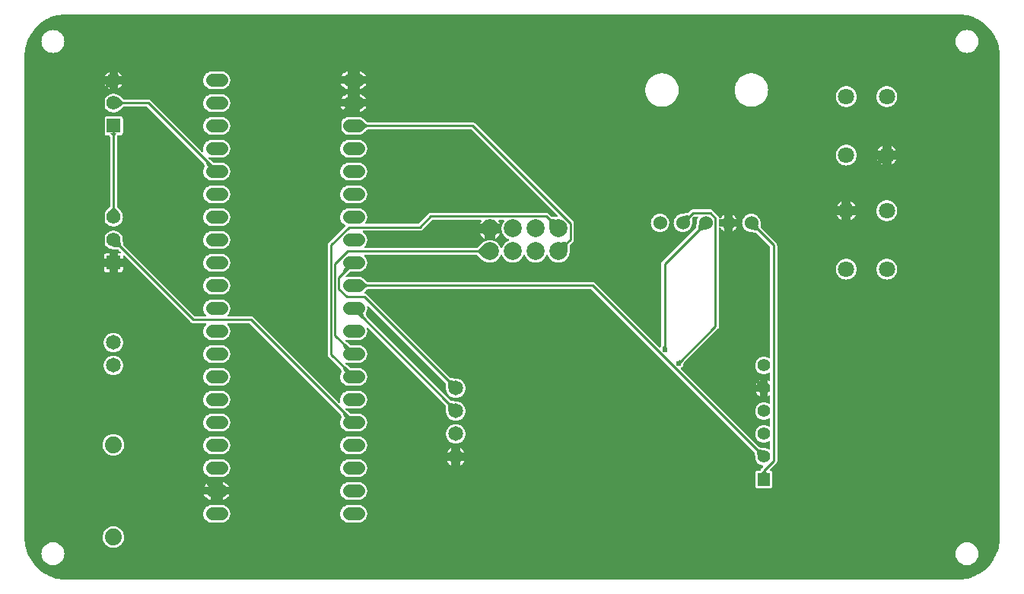
<source format=gbl>
G04 Layer: BottomLayer*
G04 EasyEDA v6.5.9, 2022-08-04 21:53:36*
G04 243b00ffacdd401494d35e99a464f0bf,3bbe445d3a7142a2ab69e160ea9428b9,10*
G04 Gerber Generator version 0.2*
G04 Scale: 100 percent, Rotated: No, Reflected: No *
G04 Dimensions in millimeters *
G04 leading zeros omitted , absolute positions ,4 integer and 5 decimal *
%FSLAX45Y45*%
%MOMM*%

%ADD10C,0.2540*%
%ADD11C,2.0000*%
%ADD12R,1.5748X1.5748*%
%ADD13C,1.5748*%
%ADD14C,1.6510*%
%ADD15C,1.6500*%
%ADD16C,1.8796*%
%ADD17C,1.5240*%
%ADD18C,1.3995*%
%ADD19C,1.8000*%
%ADD20C,0.6096*%
%ADD21C,1.4500*%
%ADD22C,0.0194*%

%LPD*%
G36*
X500532Y-6324092D02*
G01*
X469900Y-6323126D01*
X440283Y-6320282D01*
X410870Y-6315608D01*
X381812Y-6309106D01*
X353212Y-6300774D01*
X325170Y-6290665D01*
X297840Y-6278778D01*
X271322Y-6265265D01*
X245719Y-6250076D01*
X221081Y-6233312D01*
X197561Y-6215075D01*
X175260Y-6195364D01*
X154178Y-6174282D01*
X134518Y-6151930D01*
X116281Y-6128359D01*
X99568Y-6103721D01*
X84429Y-6078118D01*
X70916Y-6051550D01*
X59080Y-6024219D01*
X49022Y-5996178D01*
X40741Y-5967577D01*
X34290Y-5938520D01*
X29616Y-5909106D01*
X26822Y-5879439D01*
X25908Y-5849416D01*
X25908Y-500532D01*
X26873Y-469900D01*
X29718Y-440283D01*
X34391Y-410870D01*
X40894Y-381812D01*
X49225Y-353212D01*
X59334Y-325170D01*
X71170Y-297840D01*
X84734Y-271322D01*
X99923Y-245719D01*
X116636Y-221081D01*
X134924Y-197561D01*
X154635Y-175260D01*
X175717Y-154178D01*
X198069Y-134518D01*
X221589Y-116281D01*
X246227Y-99568D01*
X271881Y-84429D01*
X298450Y-70916D01*
X325780Y-59080D01*
X353822Y-49022D01*
X382422Y-40741D01*
X411480Y-34290D01*
X440893Y-29616D01*
X470560Y-26822D01*
X500532Y-25908D01*
X10408716Y-25908D01*
X10439349Y-26873D01*
X10469016Y-29718D01*
X10498429Y-34391D01*
X10527487Y-40894D01*
X10556087Y-49225D01*
X10584078Y-59334D01*
X10611408Y-71170D01*
X10637926Y-84734D01*
X10663580Y-99923D01*
X10688167Y-116636D01*
X10711688Y-134924D01*
X10734040Y-154635D01*
X10755071Y-175717D01*
X10774781Y-198069D01*
X10793018Y-221589D01*
X10809732Y-246227D01*
X10824870Y-271881D01*
X10838383Y-298450D01*
X10850168Y-325780D01*
X10860227Y-353822D01*
X10868558Y-382422D01*
X10875010Y-411480D01*
X10879632Y-440893D01*
X10882426Y-470560D01*
X10883392Y-500532D01*
X10883392Y-5849467D01*
X10882376Y-5880049D01*
X10879582Y-5909716D01*
X10874908Y-5939129D01*
X10868355Y-5968187D01*
X10860024Y-5996787D01*
X10849914Y-6024778D01*
X10838078Y-6052108D01*
X10824565Y-6078677D01*
X10809376Y-6104280D01*
X10792612Y-6128918D01*
X10774375Y-6152438D01*
X10754664Y-6174740D01*
X10733582Y-6195771D01*
X10711230Y-6215481D01*
X10687659Y-6233718D01*
X10663021Y-6250432D01*
X10637367Y-6265570D01*
X10610850Y-6279083D01*
X10583519Y-6290868D01*
X10555478Y-6300978D01*
X10526877Y-6309258D01*
X10497820Y-6315710D01*
X10468356Y-6320383D01*
X10438739Y-6323126D01*
X10408716Y-6324092D01*
G37*

%LPC*%
G36*
X342900Y-457708D02*
G01*
X358292Y-456742D01*
X373430Y-453999D01*
X388112Y-449427D01*
X402132Y-443077D01*
X415340Y-435101D01*
X427431Y-425602D01*
X438302Y-414731D01*
X447801Y-402640D01*
X455777Y-389432D01*
X462127Y-375412D01*
X466699Y-360730D01*
X469442Y-345592D01*
X470408Y-330200D01*
X469442Y-314807D01*
X466699Y-299669D01*
X462127Y-284988D01*
X455777Y-270967D01*
X447801Y-257759D01*
X438302Y-245668D01*
X427431Y-234797D01*
X415340Y-225298D01*
X402132Y-217322D01*
X388112Y-210972D01*
X373430Y-206400D01*
X358292Y-203657D01*
X342900Y-202692D01*
X327507Y-203657D01*
X312369Y-206400D01*
X297688Y-210972D01*
X283667Y-217322D01*
X270459Y-225298D01*
X258368Y-234797D01*
X247497Y-245668D01*
X237998Y-257759D01*
X230022Y-270967D01*
X223672Y-284988D01*
X219100Y-299669D01*
X216357Y-314807D01*
X215392Y-330200D01*
X216357Y-345592D01*
X219100Y-360730D01*
X223672Y-375412D01*
X230022Y-389432D01*
X237998Y-402640D01*
X247497Y-414731D01*
X258368Y-425602D01*
X270459Y-435101D01*
X283667Y-443077D01*
X297688Y-449427D01*
X312369Y-453999D01*
X327507Y-456742D01*
G37*
G36*
X342900Y-6160008D02*
G01*
X358292Y-6159042D01*
X373430Y-6156299D01*
X388112Y-6151727D01*
X402132Y-6145377D01*
X415340Y-6137402D01*
X427431Y-6127902D01*
X438302Y-6117031D01*
X447801Y-6104940D01*
X455777Y-6091732D01*
X462127Y-6077712D01*
X466699Y-6063030D01*
X469442Y-6047892D01*
X470408Y-6032500D01*
X469442Y-6017107D01*
X466699Y-6001969D01*
X462127Y-5987288D01*
X455777Y-5973267D01*
X447801Y-5960059D01*
X438302Y-5947968D01*
X427431Y-5937097D01*
X415340Y-5927598D01*
X402132Y-5919622D01*
X388112Y-5913272D01*
X373430Y-5908700D01*
X358292Y-5905957D01*
X342900Y-5904992D01*
X327507Y-5905957D01*
X312369Y-5908700D01*
X297688Y-5913272D01*
X283667Y-5919622D01*
X270459Y-5927598D01*
X258368Y-5937097D01*
X247497Y-5947968D01*
X237998Y-5960059D01*
X230022Y-5973267D01*
X223672Y-5987288D01*
X219100Y-6001969D01*
X216357Y-6017107D01*
X215392Y-6032500D01*
X216357Y-6047892D01*
X219100Y-6063030D01*
X223672Y-6077712D01*
X230022Y-6091732D01*
X237998Y-6104940D01*
X247497Y-6117031D01*
X258368Y-6127902D01*
X270459Y-6137402D01*
X283667Y-6145377D01*
X297688Y-6151727D01*
X312369Y-6156299D01*
X327507Y-6159042D01*
G37*
G36*
X1008634Y-5967984D02*
G01*
X1023366Y-5967984D01*
X1038047Y-5966206D01*
X1052322Y-5962599D01*
X1066088Y-5957265D01*
X1079093Y-5950254D01*
X1091133Y-5941720D01*
X1102055Y-5931814D01*
X1111656Y-5920587D01*
X1119835Y-5908294D01*
X1126388Y-5895086D01*
X1131316Y-5881166D01*
X1134465Y-5866739D01*
X1135837Y-5852058D01*
X1135380Y-5837275D01*
X1133094Y-5822696D01*
X1129080Y-5808522D01*
X1123289Y-5794908D01*
X1115923Y-5782157D01*
X1107033Y-5770372D01*
X1096772Y-5759754D01*
X1085240Y-5750509D01*
X1072692Y-5742736D01*
X1059281Y-5736590D01*
X1045260Y-5732119D01*
X1030732Y-5729376D01*
X1016000Y-5728512D01*
X1001268Y-5729376D01*
X986790Y-5732119D01*
X972718Y-5736590D01*
X959307Y-5742736D01*
X946759Y-5750509D01*
X935228Y-5759754D01*
X924966Y-5770372D01*
X916076Y-5782157D01*
X908710Y-5794908D01*
X902969Y-5808522D01*
X898906Y-5822696D01*
X896670Y-5837275D01*
X896213Y-5852058D01*
X897534Y-5866739D01*
X900734Y-5881166D01*
X905611Y-5895086D01*
X912215Y-5908294D01*
X920343Y-5920587D01*
X929944Y-5931814D01*
X940866Y-5941720D01*
X952906Y-5950254D01*
X965911Y-5957265D01*
X979678Y-5962599D01*
X994003Y-5966206D01*
G37*
G36*
X2113838Y-5686399D02*
G01*
X2218131Y-5686399D01*
X2231898Y-5685485D01*
X2245055Y-5682742D01*
X2257704Y-5678220D01*
X2269642Y-5672074D01*
X2280564Y-5664301D01*
X2290419Y-5655157D01*
X2298852Y-5644743D01*
X2305862Y-5633262D01*
X2311196Y-5620969D01*
X2314803Y-5608015D01*
X2316632Y-5594705D01*
X2316632Y-5581294D01*
X2314803Y-5567984D01*
X2311196Y-5555030D01*
X2305862Y-5542737D01*
X2298852Y-5531256D01*
X2290419Y-5520842D01*
X2280564Y-5511698D01*
X2269642Y-5503926D01*
X2257704Y-5497779D01*
X2245055Y-5493258D01*
X2231898Y-5490514D01*
X2218131Y-5489600D01*
X2113838Y-5489600D01*
X2100122Y-5490514D01*
X2086965Y-5493258D01*
X2074316Y-5497779D01*
X2062378Y-5503926D01*
X2051405Y-5511698D01*
X2041601Y-5520842D01*
X2033117Y-5531256D01*
X2026157Y-5542737D01*
X2020773Y-5555030D01*
X2017166Y-5567984D01*
X2015337Y-5581294D01*
X2015337Y-5594705D01*
X2017166Y-5608015D01*
X2020773Y-5620969D01*
X2026157Y-5633262D01*
X2033117Y-5644743D01*
X2041601Y-5655157D01*
X2051405Y-5664301D01*
X2062378Y-5672074D01*
X2074316Y-5678220D01*
X2086965Y-5682742D01*
X2100122Y-5685485D01*
G37*
G36*
X3637838Y-5686399D02*
G01*
X3742131Y-5686399D01*
X3755898Y-5685485D01*
X3769055Y-5682742D01*
X3781704Y-5678220D01*
X3793642Y-5672074D01*
X3804564Y-5664301D01*
X3814419Y-5655157D01*
X3822852Y-5644743D01*
X3829862Y-5633262D01*
X3835196Y-5620969D01*
X3838803Y-5608015D01*
X3840632Y-5594705D01*
X3840632Y-5581294D01*
X3838803Y-5567984D01*
X3835196Y-5555030D01*
X3829862Y-5542737D01*
X3822852Y-5531256D01*
X3814419Y-5520842D01*
X3804564Y-5511698D01*
X3793642Y-5503926D01*
X3781704Y-5497779D01*
X3769055Y-5493258D01*
X3755898Y-5490514D01*
X3742131Y-5489600D01*
X3637838Y-5489600D01*
X3624122Y-5490514D01*
X3610965Y-5493258D01*
X3598316Y-5497779D01*
X3586378Y-5503926D01*
X3575405Y-5511698D01*
X3565601Y-5520842D01*
X3557117Y-5531256D01*
X3550158Y-5542737D01*
X3544773Y-5555030D01*
X3541166Y-5567984D01*
X3539337Y-5581294D01*
X3539337Y-5594705D01*
X3541166Y-5608015D01*
X3544773Y-5620969D01*
X3550158Y-5633262D01*
X3557117Y-5644743D01*
X3565601Y-5655157D01*
X3575405Y-5664301D01*
X3586378Y-5672074D01*
X3598316Y-5678220D01*
X3610965Y-5682742D01*
X3624122Y-5685485D01*
G37*
G36*
X3637838Y-5432399D02*
G01*
X3742131Y-5432399D01*
X3755898Y-5431485D01*
X3769055Y-5428742D01*
X3781704Y-5424220D01*
X3793642Y-5418074D01*
X3804564Y-5410301D01*
X3814419Y-5401157D01*
X3822852Y-5390743D01*
X3829862Y-5379262D01*
X3835196Y-5366969D01*
X3838803Y-5354015D01*
X3840632Y-5340705D01*
X3840632Y-5327294D01*
X3838803Y-5313984D01*
X3835196Y-5301030D01*
X3829862Y-5288737D01*
X3822852Y-5277256D01*
X3814419Y-5266842D01*
X3804564Y-5257698D01*
X3793642Y-5249926D01*
X3781704Y-5243779D01*
X3769055Y-5239258D01*
X3755898Y-5236514D01*
X3742131Y-5235600D01*
X3637838Y-5235600D01*
X3624122Y-5236514D01*
X3610965Y-5239258D01*
X3598316Y-5243779D01*
X3586378Y-5249926D01*
X3575405Y-5257698D01*
X3565601Y-5266842D01*
X3557117Y-5277256D01*
X3550158Y-5288737D01*
X3544773Y-5301030D01*
X3541166Y-5313984D01*
X3539337Y-5327294D01*
X3539337Y-5340705D01*
X3541166Y-5354015D01*
X3544773Y-5366969D01*
X3550158Y-5379262D01*
X3557117Y-5390743D01*
X3565601Y-5401157D01*
X3575405Y-5410301D01*
X3586378Y-5418074D01*
X3598316Y-5424220D01*
X3610965Y-5428742D01*
X3624122Y-5431485D01*
G37*
G36*
X2097125Y-5430875D02*
G01*
X2097125Y-5376621D01*
X2024989Y-5376621D01*
X2026157Y-5379262D01*
X2033117Y-5390743D01*
X2041601Y-5401157D01*
X2051405Y-5410301D01*
X2062378Y-5418074D01*
X2074316Y-5424220D01*
X2086965Y-5428742D01*
G37*
G36*
X2234844Y-5430875D02*
G01*
X2245055Y-5428742D01*
X2257704Y-5424220D01*
X2269642Y-5418074D01*
X2280564Y-5410301D01*
X2290419Y-5401157D01*
X2298852Y-5390743D01*
X2305862Y-5379262D01*
X2307031Y-5376621D01*
X2234844Y-5376621D01*
G37*
G36*
X8185607Y-5302910D02*
G01*
X8324392Y-5302910D01*
X8330742Y-5302148D01*
X8336178Y-5300268D01*
X8341106Y-5297170D01*
X8345170Y-5293106D01*
X8348268Y-5288178D01*
X8350148Y-5282742D01*
X8350910Y-5276392D01*
X8350910Y-5137607D01*
X8350148Y-5131257D01*
X8348268Y-5125821D01*
X8345170Y-5120894D01*
X8341106Y-5116830D01*
X8336178Y-5113731D01*
X8326628Y-5110632D01*
X8323630Y-5108295D01*
X8321751Y-5105044D01*
X8321192Y-5101285D01*
X8322056Y-5097627D01*
X8324189Y-5094478D01*
X8392210Y-5026406D01*
X8397341Y-5020208D01*
X8400897Y-5013502D01*
X8403082Y-5006289D01*
X8403894Y-4998262D01*
X8403894Y-2599994D01*
X8403082Y-2591968D01*
X8400897Y-2584754D01*
X8397341Y-2578049D01*
X8392210Y-2571851D01*
X8225180Y-2404770D01*
X8223148Y-2401925D01*
X8222234Y-2398522D01*
X8216900Y-2339543D01*
X8214614Y-2325827D01*
X8210550Y-2312822D01*
X8204809Y-2300427D01*
X8197494Y-2288946D01*
X8188706Y-2278532D01*
X8178546Y-2269388D01*
X8167319Y-2261666D01*
X8155178Y-2255520D01*
X8142274Y-2251049D01*
X8128914Y-2248306D01*
X8115300Y-2247392D01*
X8101685Y-2248306D01*
X8088325Y-2251049D01*
X8075422Y-2255520D01*
X8063280Y-2261666D01*
X8052053Y-2269388D01*
X8041894Y-2278532D01*
X8033105Y-2288946D01*
X8025790Y-2300427D01*
X8020050Y-2312822D01*
X8015986Y-2325827D01*
X8013750Y-2339289D01*
X8013293Y-2352903D01*
X8014614Y-2366467D01*
X8017814Y-2379726D01*
X8022691Y-2392476D01*
X8029244Y-2404414D01*
X8037322Y-2415387D01*
X8046821Y-2425192D01*
X8057540Y-2433675D01*
X8069275Y-2440635D01*
X8081822Y-2445918D01*
X8094980Y-2449525D01*
X8108391Y-2451354D01*
X8164322Y-2456434D01*
X8167725Y-2457399D01*
X8170570Y-2459380D01*
X8323681Y-2612491D01*
X8325916Y-2615793D01*
X8326678Y-2619705D01*
X8326678Y-3850640D01*
X8325764Y-3854856D01*
X8323224Y-3858260D01*
X8319516Y-3860393D01*
X8315248Y-3860749D01*
X8311184Y-3859326D01*
X8299094Y-3851859D01*
X8287105Y-3846677D01*
X8274507Y-3843121D01*
X8261553Y-3841343D01*
X8248446Y-3841343D01*
X8235492Y-3843121D01*
X8222894Y-3846677D01*
X8210905Y-3851910D01*
X8199729Y-3858666D01*
X8189569Y-3866946D01*
X8180628Y-3876497D01*
X8173110Y-3887215D01*
X8167065Y-3898798D01*
X8162696Y-3911142D01*
X8160054Y-3923944D01*
X8159140Y-3937000D01*
X8160054Y-3950055D01*
X8162696Y-3962857D01*
X8167065Y-3975201D01*
X8173110Y-3986784D01*
X8180628Y-3997502D01*
X8189569Y-4007053D01*
X8199729Y-4015333D01*
X8210905Y-4022090D01*
X8222894Y-4027322D01*
X8235492Y-4030878D01*
X8248446Y-4032656D01*
X8261553Y-4032656D01*
X8274507Y-4030878D01*
X8287105Y-4027322D01*
X8299094Y-4022140D01*
X8311184Y-4014673D01*
X8315248Y-4013250D01*
X8319516Y-4013606D01*
X8323224Y-4015740D01*
X8325764Y-4019143D01*
X8326678Y-4023360D01*
X8326678Y-4104640D01*
X8325764Y-4108856D01*
X8323224Y-4112260D01*
X8319516Y-4114393D01*
X8315248Y-4114749D01*
X8311184Y-4113326D01*
X8299094Y-4105859D01*
X8296351Y-4104690D01*
X8296351Y-4149648D01*
X8316518Y-4149648D01*
X8320430Y-4150410D01*
X8323681Y-4152646D01*
X8325916Y-4155948D01*
X8326678Y-4159808D01*
X8326678Y-4222191D01*
X8325916Y-4226052D01*
X8323681Y-4229354D01*
X8320430Y-4231589D01*
X8316518Y-4232351D01*
X8296351Y-4232351D01*
X8296351Y-4277309D01*
X8299094Y-4276140D01*
X8311184Y-4268673D01*
X8315248Y-4267250D01*
X8319516Y-4267606D01*
X8323224Y-4269740D01*
X8325764Y-4273143D01*
X8326678Y-4277360D01*
X8326678Y-4358640D01*
X8325764Y-4362856D01*
X8323224Y-4366260D01*
X8319516Y-4368393D01*
X8315248Y-4368749D01*
X8311184Y-4367326D01*
X8299094Y-4359859D01*
X8287105Y-4354677D01*
X8274507Y-4351121D01*
X8261553Y-4349343D01*
X8248446Y-4349343D01*
X8235492Y-4351121D01*
X8222894Y-4354677D01*
X8210905Y-4359910D01*
X8199729Y-4366666D01*
X8189569Y-4374946D01*
X8180628Y-4384497D01*
X8173110Y-4395216D01*
X8167065Y-4406798D01*
X8162696Y-4419142D01*
X8160054Y-4431944D01*
X8159140Y-4445000D01*
X8160054Y-4458055D01*
X8162696Y-4470857D01*
X8167065Y-4483201D01*
X8173110Y-4494784D01*
X8180628Y-4505502D01*
X8189569Y-4515053D01*
X8199729Y-4523333D01*
X8210905Y-4530090D01*
X8222894Y-4535322D01*
X8235492Y-4538878D01*
X8248446Y-4540656D01*
X8261553Y-4540656D01*
X8274507Y-4538878D01*
X8287105Y-4535322D01*
X8299094Y-4530140D01*
X8311184Y-4522673D01*
X8315248Y-4521250D01*
X8319516Y-4521606D01*
X8323224Y-4523740D01*
X8325764Y-4527143D01*
X8326678Y-4531360D01*
X8326678Y-4612640D01*
X8325764Y-4616856D01*
X8323224Y-4620260D01*
X8319516Y-4622393D01*
X8315248Y-4622749D01*
X8311184Y-4621326D01*
X8299094Y-4613859D01*
X8287105Y-4608677D01*
X8274507Y-4605121D01*
X8261553Y-4603343D01*
X8248446Y-4603343D01*
X8235492Y-4605121D01*
X8222894Y-4608677D01*
X8210905Y-4613910D01*
X8199729Y-4620666D01*
X8189569Y-4628946D01*
X8180628Y-4638497D01*
X8173110Y-4649216D01*
X8167065Y-4660798D01*
X8162696Y-4673142D01*
X8160054Y-4685944D01*
X8159140Y-4699000D01*
X8160054Y-4712055D01*
X8162696Y-4724857D01*
X8167065Y-4737201D01*
X8173110Y-4748784D01*
X8180628Y-4759502D01*
X8189569Y-4769053D01*
X8199729Y-4777333D01*
X8210905Y-4784090D01*
X8222894Y-4789322D01*
X8235492Y-4792878D01*
X8248446Y-4794656D01*
X8261553Y-4794656D01*
X8274507Y-4792878D01*
X8287105Y-4789322D01*
X8299094Y-4784140D01*
X8311184Y-4776673D01*
X8315248Y-4775250D01*
X8319516Y-4775606D01*
X8323224Y-4777740D01*
X8325764Y-4781143D01*
X8326678Y-4785360D01*
X8326678Y-4866640D01*
X8325764Y-4870856D01*
X8323224Y-4874260D01*
X8319516Y-4876393D01*
X8315248Y-4876749D01*
X8311184Y-4875326D01*
X8299094Y-4867859D01*
X8287105Y-4862677D01*
X8274507Y-4859121D01*
X8262162Y-4857394D01*
X8212023Y-4852212D01*
X8208721Y-4851247D01*
X8205876Y-4849266D01*
X7333488Y-3976878D01*
X7331100Y-3973169D01*
X7330541Y-3968800D01*
X7331862Y-3964584D01*
X7334808Y-3961384D01*
X7341768Y-3956507D01*
X7348677Y-3949598D01*
X7354316Y-3941521D01*
X7358481Y-3932631D01*
X7361580Y-3920540D01*
X7365542Y-3909314D01*
X7367930Y-3905554D01*
X7742631Y-3530854D01*
X7747762Y-3524605D01*
X7751318Y-3517950D01*
X7753502Y-3510737D01*
X7754315Y-3502710D01*
X7754315Y-2405837D01*
X7755280Y-2401519D01*
X7757972Y-2398014D01*
X7761935Y-2396032D01*
X7766354Y-2395880D01*
X7770418Y-2397658D01*
X7773365Y-2400960D01*
X7775244Y-2404414D01*
X7783322Y-2415387D01*
X7792821Y-2425192D01*
X7803540Y-2433675D01*
X7815275Y-2440635D01*
X7816850Y-2441295D01*
X7816850Y-2393950D01*
X7764475Y-2393950D01*
X7760563Y-2393188D01*
X7757261Y-2390952D01*
X7755077Y-2387701D01*
X7754315Y-2383790D01*
X7754315Y-2315210D01*
X7755077Y-2311298D01*
X7757261Y-2308047D01*
X7760563Y-2305812D01*
X7764475Y-2305050D01*
X7816850Y-2305050D01*
X7816850Y-2257856D01*
X7809280Y-2261666D01*
X7798053Y-2269388D01*
X7787894Y-2278532D01*
X7779105Y-2288946D01*
X7772806Y-2298801D01*
X7769910Y-2301748D01*
X7766050Y-2303322D01*
X7761884Y-2303221D01*
X7758125Y-2301443D01*
X7755381Y-2298293D01*
X7754162Y-2294331D01*
X7753502Y-2287676D01*
X7751318Y-2280462D01*
X7747762Y-2273808D01*
X7742631Y-2267559D01*
X7687462Y-2212390D01*
X7681214Y-2207260D01*
X7674559Y-2203704D01*
X7667345Y-2201519D01*
X7659319Y-2200757D01*
X7463942Y-2200757D01*
X7455916Y-2201519D01*
X7448702Y-2203704D01*
X7442047Y-2207260D01*
X7435799Y-2212390D01*
X7408570Y-2239619D01*
X7405725Y-2241651D01*
X7402322Y-2242566D01*
X7339888Y-2248306D01*
X7326325Y-2251049D01*
X7313422Y-2255520D01*
X7301280Y-2261666D01*
X7290053Y-2269388D01*
X7279894Y-2278532D01*
X7271105Y-2288946D01*
X7263790Y-2300427D01*
X7258050Y-2312822D01*
X7253986Y-2325827D01*
X7251750Y-2339289D01*
X7251293Y-2352903D01*
X7252614Y-2366467D01*
X7255814Y-2379726D01*
X7260691Y-2392476D01*
X7267244Y-2404414D01*
X7275322Y-2415387D01*
X7284821Y-2425192D01*
X7295540Y-2433675D01*
X7307275Y-2440635D01*
X7319822Y-2445918D01*
X7332980Y-2449525D01*
X7346492Y-2451354D01*
X7360107Y-2451354D01*
X7373620Y-2449525D01*
X7386777Y-2445918D01*
X7399324Y-2440635D01*
X7411059Y-2433675D01*
X7421778Y-2425192D01*
X7431278Y-2415387D01*
X7439355Y-2404414D01*
X7445908Y-2392476D01*
X7450785Y-2379726D01*
X7453985Y-2366467D01*
X7455204Y-2356002D01*
X7460234Y-2300478D01*
X7461148Y-2297074D01*
X7463180Y-2294229D01*
X7476490Y-2280920D01*
X7479792Y-2278735D01*
X7483652Y-2277973D01*
X7513574Y-2277973D01*
X7517790Y-2278888D01*
X7521244Y-2281428D01*
X7523327Y-2285238D01*
X7523632Y-2289505D01*
X7522159Y-2293569D01*
X7517790Y-2300427D01*
X7512050Y-2312822D01*
X7507986Y-2325827D01*
X7505700Y-2339543D01*
X7500366Y-2398522D01*
X7499451Y-2401925D01*
X7497419Y-2404770D01*
X7123684Y-2778506D01*
X7118553Y-2784754D01*
X7114997Y-2791409D01*
X7112812Y-2798622D01*
X7112050Y-2806649D01*
X7112050Y-3713987D01*
X7111034Y-3718356D01*
X7105599Y-3729786D01*
X7103313Y-3732936D01*
X7100011Y-3734917D01*
X7096201Y-3735578D01*
X7092442Y-3734765D01*
X7089241Y-3732631D01*
X6377635Y-3021076D01*
X6371437Y-3015945D01*
X6364732Y-3012389D01*
X6357518Y-3010204D01*
X6349492Y-3009392D01*
X3854297Y-3009392D01*
X3849776Y-3008325D01*
X3828643Y-2997758D01*
X3826306Y-2996133D01*
X3822852Y-2991256D01*
X3814419Y-2980842D01*
X3804564Y-2971698D01*
X3793642Y-2963926D01*
X3781704Y-2957779D01*
X3769055Y-2953258D01*
X3755898Y-2950514D01*
X3742131Y-2949600D01*
X3637838Y-2949600D01*
X3624122Y-2950514D01*
X3611930Y-2953054D01*
X3607612Y-2953004D01*
X3603701Y-2951226D01*
X3600907Y-2947924D01*
X3599738Y-2943809D01*
X3600348Y-2939542D01*
X3602685Y-2935935D01*
X3614928Y-2923844D01*
X3655060Y-2894380D01*
X3657904Y-2892907D01*
X3661054Y-2892399D01*
X3742131Y-2892399D01*
X3755898Y-2891485D01*
X3769055Y-2888742D01*
X3781704Y-2884220D01*
X3793642Y-2878074D01*
X3804564Y-2870301D01*
X3814419Y-2861157D01*
X3822852Y-2850743D01*
X3829862Y-2839262D01*
X3835196Y-2826969D01*
X3838803Y-2814015D01*
X3840632Y-2800705D01*
X3840632Y-2787294D01*
X3838803Y-2773984D01*
X3835196Y-2761030D01*
X3829862Y-2748737D01*
X3822852Y-2737256D01*
X3814419Y-2726842D01*
X3810508Y-2723184D01*
X3808171Y-2719933D01*
X3807256Y-2716022D01*
X3807968Y-2712059D01*
X3810152Y-2708656D01*
X3813505Y-2706420D01*
X3817416Y-2705608D01*
X5057140Y-2705608D01*
X5060746Y-2706268D01*
X5063896Y-2708198D01*
X5123383Y-2761132D01*
X5135473Y-2770581D01*
X5148478Y-2778455D01*
X5162346Y-2784703D01*
X5176875Y-2789224D01*
X5191810Y-2791968D01*
X5207000Y-2792882D01*
X5222189Y-2791968D01*
X5237124Y-2789224D01*
X5251653Y-2784703D01*
X5265521Y-2778455D01*
X5278526Y-2770581D01*
X5290464Y-2761234D01*
X5301234Y-2750464D01*
X5310581Y-2738526D01*
X5318455Y-2725521D01*
X5324754Y-2711602D01*
X5326938Y-2708402D01*
X5330190Y-2706319D01*
X5334000Y-2705608D01*
X5337810Y-2706319D01*
X5341061Y-2708402D01*
X5343245Y-2711602D01*
X5349544Y-2725521D01*
X5357418Y-2738526D01*
X5366766Y-2750464D01*
X5377535Y-2761234D01*
X5389473Y-2770581D01*
X5402478Y-2778455D01*
X5416346Y-2784703D01*
X5430875Y-2789224D01*
X5445810Y-2791968D01*
X5461000Y-2792882D01*
X5476189Y-2791968D01*
X5491124Y-2789224D01*
X5505653Y-2784703D01*
X5519521Y-2778455D01*
X5532526Y-2770581D01*
X5544464Y-2761234D01*
X5555234Y-2750464D01*
X5564581Y-2738526D01*
X5572455Y-2725521D01*
X5578754Y-2711602D01*
X5580938Y-2708402D01*
X5584190Y-2706319D01*
X5588000Y-2705608D01*
X5591810Y-2706319D01*
X5595061Y-2708402D01*
X5597245Y-2711602D01*
X5603544Y-2725521D01*
X5611418Y-2738526D01*
X5620766Y-2750464D01*
X5631535Y-2761234D01*
X5643473Y-2770581D01*
X5656478Y-2778455D01*
X5670346Y-2784703D01*
X5684875Y-2789224D01*
X5699810Y-2791968D01*
X5715000Y-2792882D01*
X5730189Y-2791968D01*
X5745124Y-2789224D01*
X5759653Y-2784703D01*
X5773521Y-2778455D01*
X5786526Y-2770581D01*
X5798464Y-2761234D01*
X5809234Y-2750464D01*
X5818581Y-2738526D01*
X5826455Y-2725521D01*
X5832754Y-2711602D01*
X5834938Y-2708402D01*
X5838190Y-2706319D01*
X5842000Y-2705608D01*
X5845810Y-2706319D01*
X5849061Y-2708402D01*
X5851245Y-2711602D01*
X5857544Y-2725521D01*
X5865418Y-2738526D01*
X5874766Y-2750464D01*
X5885535Y-2761234D01*
X5897473Y-2770581D01*
X5910478Y-2778455D01*
X5924346Y-2784703D01*
X5938875Y-2789224D01*
X5953810Y-2791968D01*
X5969000Y-2792882D01*
X5984189Y-2791968D01*
X5999124Y-2789224D01*
X6013653Y-2784703D01*
X6027521Y-2778455D01*
X6040526Y-2770581D01*
X6052464Y-2761234D01*
X6063234Y-2750464D01*
X6072581Y-2738526D01*
X6080455Y-2725521D01*
X6086703Y-2711653D01*
X6091224Y-2697124D01*
X6093968Y-2682189D01*
X6094679Y-2674213D01*
X6099302Y-2594914D01*
X6100165Y-2591358D01*
X6102248Y-2588310D01*
X6129324Y-2561234D01*
X6134455Y-2555036D01*
X6138011Y-2548331D01*
X6140196Y-2541117D01*
X6141008Y-2533091D01*
X6141008Y-2356764D01*
X6140196Y-2348738D01*
X6138011Y-2341524D01*
X6134455Y-2334869D01*
X6129324Y-2328621D01*
X5043779Y-1243076D01*
X5037531Y-1237945D01*
X5030876Y-1234389D01*
X5023662Y-1232204D01*
X5015636Y-1231392D01*
X3854297Y-1231392D01*
X3849776Y-1230325D01*
X3828643Y-1219758D01*
X3826306Y-1218133D01*
X3822852Y-1213256D01*
X3814419Y-1202842D01*
X3804564Y-1193698D01*
X3793642Y-1185926D01*
X3781704Y-1179779D01*
X3769055Y-1175258D01*
X3755898Y-1172514D01*
X3742131Y-1171600D01*
X3637838Y-1171600D01*
X3624122Y-1172514D01*
X3610965Y-1175258D01*
X3598316Y-1179779D01*
X3586378Y-1185926D01*
X3575405Y-1193698D01*
X3565601Y-1202842D01*
X3557117Y-1213256D01*
X3550158Y-1224737D01*
X3544773Y-1237030D01*
X3541166Y-1249984D01*
X3539337Y-1263294D01*
X3539337Y-1276705D01*
X3541166Y-1290015D01*
X3544773Y-1302969D01*
X3550158Y-1315262D01*
X3557117Y-1326743D01*
X3565601Y-1337157D01*
X3575405Y-1346301D01*
X3586378Y-1354074D01*
X3598316Y-1360220D01*
X3610965Y-1364742D01*
X3624122Y-1367485D01*
X3637838Y-1368399D01*
X3742131Y-1368399D01*
X3755898Y-1367485D01*
X3769055Y-1364742D01*
X3781704Y-1360220D01*
X3793642Y-1354074D01*
X3804564Y-1346301D01*
X3814419Y-1337157D01*
X3822852Y-1326743D01*
X3826306Y-1321816D01*
X3828643Y-1320241D01*
X3849776Y-1309674D01*
X3854297Y-1308608D01*
X4995926Y-1308608D01*
X4999786Y-1309370D01*
X5003088Y-1311605D01*
X5960110Y-2268575D01*
X5962345Y-2271979D01*
X5963056Y-2275941D01*
X5962192Y-2279904D01*
X5959805Y-2283206D01*
X5956350Y-2285339D01*
X5952337Y-2285898D01*
X5896914Y-2282698D01*
X5893358Y-2281834D01*
X5890310Y-2279700D01*
X5861558Y-2250998D01*
X5855360Y-2245868D01*
X5848654Y-2242312D01*
X5841441Y-2240127D01*
X5833414Y-2239314D01*
X4546955Y-2239314D01*
X4538929Y-2240127D01*
X4531715Y-2242312D01*
X4525010Y-2245868D01*
X4518812Y-2250998D01*
X4412742Y-2357018D01*
X4409440Y-2359202D01*
X4405579Y-2360015D01*
X3830218Y-2360015D01*
X3826459Y-2359304D01*
X3823258Y-2357272D01*
X3821023Y-2354173D01*
X3820058Y-2350516D01*
X3820515Y-2346756D01*
X3829862Y-2331262D01*
X3835196Y-2318969D01*
X3838803Y-2306015D01*
X3840632Y-2292705D01*
X3840632Y-2279294D01*
X3838803Y-2265984D01*
X3835196Y-2253030D01*
X3829862Y-2240737D01*
X3822852Y-2229256D01*
X3814419Y-2218842D01*
X3804564Y-2209698D01*
X3793642Y-2201926D01*
X3781704Y-2195779D01*
X3769055Y-2191258D01*
X3755898Y-2188514D01*
X3742131Y-2187600D01*
X3637838Y-2187600D01*
X3624122Y-2188514D01*
X3610965Y-2191258D01*
X3598316Y-2195779D01*
X3586378Y-2201926D01*
X3575405Y-2209698D01*
X3565601Y-2218842D01*
X3557117Y-2229256D01*
X3550158Y-2240737D01*
X3544773Y-2253030D01*
X3541166Y-2265984D01*
X3539337Y-2279294D01*
X3539337Y-2292705D01*
X3541166Y-2306015D01*
X3544773Y-2318969D01*
X3550158Y-2331262D01*
X3557117Y-2342743D01*
X3565601Y-2353157D01*
X3575405Y-2362301D01*
X3586378Y-2370074D01*
X3590036Y-2371953D01*
X3592982Y-2374290D01*
X3594912Y-2377541D01*
X3595471Y-2381300D01*
X3594658Y-2385009D01*
X3592525Y-2388158D01*
X3411524Y-2569159D01*
X3406394Y-2575356D01*
X3402837Y-2582062D01*
X3400653Y-2589276D01*
X3399891Y-2597302D01*
X3399891Y-3811981D01*
X3400653Y-3820007D01*
X3402837Y-3827221D01*
X3406394Y-3833876D01*
X3411524Y-3840124D01*
X3538728Y-3967327D01*
X3540709Y-3970121D01*
X3555492Y-4001109D01*
X3556406Y-4004310D01*
X3556254Y-4007662D01*
X3554984Y-4010761D01*
X3550158Y-4018737D01*
X3544773Y-4031030D01*
X3541166Y-4043984D01*
X3539337Y-4057294D01*
X3539337Y-4070705D01*
X3541166Y-4084015D01*
X3544773Y-4096969D01*
X3550158Y-4109262D01*
X3557117Y-4120743D01*
X3565601Y-4131157D01*
X3575405Y-4140301D01*
X3586378Y-4148074D01*
X3598316Y-4154220D01*
X3610965Y-4158742D01*
X3624122Y-4161485D01*
X3637838Y-4162399D01*
X3742131Y-4162399D01*
X3755898Y-4161485D01*
X3769055Y-4158742D01*
X3781704Y-4154220D01*
X3793642Y-4148074D01*
X3804564Y-4140301D01*
X3814419Y-4131157D01*
X3822852Y-4120743D01*
X3829862Y-4109262D01*
X3835196Y-4096969D01*
X3838803Y-4084015D01*
X3840632Y-4070705D01*
X3840632Y-4057294D01*
X3838803Y-4043984D01*
X3835196Y-4031030D01*
X3829862Y-4018737D01*
X3822852Y-4007256D01*
X3814419Y-3996842D01*
X3804564Y-3987698D01*
X3793642Y-3979926D01*
X3781704Y-3973779D01*
X3769055Y-3969258D01*
X3755898Y-3966514D01*
X3742131Y-3965600D01*
X3661054Y-3965600D01*
X3657904Y-3965092D01*
X3655060Y-3963619D01*
X3613759Y-3933139D01*
X3602685Y-3922064D01*
X3600348Y-3918458D01*
X3599738Y-3914190D01*
X3600907Y-3910076D01*
X3603701Y-3906774D01*
X3607612Y-3904996D01*
X3611930Y-3904945D01*
X3624122Y-3907485D01*
X3637838Y-3908399D01*
X3742131Y-3908399D01*
X3755898Y-3907485D01*
X3769055Y-3904742D01*
X3781704Y-3900220D01*
X3793642Y-3894074D01*
X3804564Y-3886301D01*
X3814419Y-3877157D01*
X3822852Y-3866743D01*
X3829862Y-3855262D01*
X3835196Y-3842969D01*
X3838803Y-3830015D01*
X3840632Y-3816705D01*
X3840632Y-3803294D01*
X3838803Y-3789984D01*
X3835196Y-3777030D01*
X3829862Y-3764737D01*
X3822852Y-3753256D01*
X3814419Y-3742842D01*
X3804564Y-3733698D01*
X3793642Y-3725926D01*
X3781704Y-3719779D01*
X3769055Y-3715258D01*
X3755898Y-3712514D01*
X3742131Y-3711600D01*
X3661054Y-3711600D01*
X3657904Y-3711092D01*
X3655060Y-3709619D01*
X3613759Y-3679139D01*
X3602685Y-3668064D01*
X3600348Y-3664458D01*
X3599738Y-3660190D01*
X3600907Y-3656076D01*
X3603701Y-3652774D01*
X3607612Y-3650996D01*
X3611930Y-3650945D01*
X3624122Y-3653485D01*
X3637838Y-3654399D01*
X3742131Y-3654399D01*
X3755898Y-3653485D01*
X3769055Y-3650742D01*
X3781704Y-3646220D01*
X3793642Y-3640074D01*
X3804564Y-3632301D01*
X3814419Y-3623157D01*
X3822852Y-3612743D01*
X3829862Y-3601262D01*
X3835196Y-3588969D01*
X3838803Y-3576015D01*
X3840632Y-3562705D01*
X3840632Y-3549294D01*
X3838803Y-3535984D01*
X3837381Y-3530854D01*
X3837178Y-3526485D01*
X3838803Y-3522370D01*
X3842054Y-3519373D01*
X3846271Y-3518001D01*
X3850640Y-3518560D01*
X3854348Y-3520948D01*
X4712360Y-4378960D01*
X4714494Y-4382058D01*
X4715306Y-4385767D01*
X4717491Y-4447184D01*
X4718354Y-4459122D01*
X4721148Y-4473092D01*
X4725720Y-4486503D01*
X4731969Y-4499203D01*
X4739843Y-4510989D01*
X4749190Y-4521657D01*
X4759858Y-4531004D01*
X4771644Y-4538878D01*
X4784344Y-4545126D01*
X4797806Y-4549698D01*
X4811674Y-4552492D01*
X4825847Y-4553407D01*
X4839970Y-4552492D01*
X4853889Y-4549698D01*
X4867300Y-4545126D01*
X4880051Y-4538878D01*
X4891836Y-4531004D01*
X4902504Y-4521657D01*
X4911852Y-4510989D01*
X4919726Y-4499203D01*
X4925974Y-4486503D01*
X4930546Y-4473092D01*
X4933289Y-4459173D01*
X4934204Y-4445000D01*
X4933289Y-4430877D01*
X4930546Y-4416958D01*
X4925974Y-4403547D01*
X4919726Y-4390847D01*
X4911852Y-4379010D01*
X4902504Y-4368393D01*
X4891836Y-4359046D01*
X4880051Y-4351172D01*
X4867300Y-4344873D01*
X4853889Y-4340301D01*
X4839716Y-4337507D01*
X4774996Y-4329328D01*
X4771796Y-4328414D01*
X4769053Y-4326432D01*
X3841292Y-3398672D01*
X3839260Y-3395827D01*
X3824528Y-3364890D01*
X3823614Y-3361690D01*
X3823766Y-3358337D01*
X3824986Y-3355238D01*
X3829862Y-3347262D01*
X3835196Y-3334969D01*
X3838803Y-3322015D01*
X3840632Y-3308705D01*
X3840632Y-3295294D01*
X3839210Y-3284728D01*
X3839514Y-3280562D01*
X3841445Y-3276854D01*
X3844747Y-3274263D01*
X3848811Y-3273196D01*
X3852926Y-3273907D01*
X3856431Y-3276193D01*
X4709769Y-4129481D01*
X4711801Y-4132427D01*
X4712716Y-4135882D01*
X4718354Y-4205020D01*
X4721148Y-4219092D01*
X4725720Y-4232503D01*
X4731969Y-4245203D01*
X4739843Y-4256989D01*
X4749190Y-4267657D01*
X4759858Y-4277004D01*
X4771644Y-4284878D01*
X4784344Y-4291126D01*
X4797806Y-4295698D01*
X4811674Y-4298492D01*
X4825847Y-4299407D01*
X4839970Y-4298492D01*
X4853889Y-4295698D01*
X4867300Y-4291126D01*
X4880051Y-4284878D01*
X4891836Y-4277004D01*
X4902504Y-4267657D01*
X4911852Y-4256989D01*
X4919726Y-4245203D01*
X4925974Y-4232503D01*
X4930546Y-4219092D01*
X4933289Y-4205173D01*
X4934204Y-4191000D01*
X4933289Y-4176877D01*
X4930546Y-4162958D01*
X4925974Y-4149547D01*
X4919726Y-4136847D01*
X4911852Y-4125010D01*
X4902504Y-4114393D01*
X4891836Y-4105046D01*
X4880051Y-4097172D01*
X4867300Y-4090873D01*
X4853889Y-4086301D01*
X4839970Y-4083558D01*
X4832451Y-4082796D01*
X4770729Y-4077817D01*
X4767275Y-4076954D01*
X4764379Y-4074871D01*
X3837533Y-3148076D01*
X3831285Y-3142945D01*
X3824630Y-3139389D01*
X3817416Y-3137204D01*
X3812032Y-3135934D01*
X3808984Y-3133496D01*
X3807104Y-3130143D01*
X3806545Y-3126333D01*
X3807510Y-3122625D01*
X3809746Y-3119475D01*
X3814419Y-3115157D01*
X3822852Y-3104743D01*
X3826306Y-3099816D01*
X3828643Y-3098241D01*
X3849776Y-3087674D01*
X3854297Y-3086608D01*
X6329781Y-3086608D01*
X6333693Y-3087370D01*
X6336995Y-3089605D01*
X8151266Y-4903876D01*
X8153247Y-4906721D01*
X8154212Y-4910023D01*
X8160003Y-4965852D01*
X8162696Y-4978857D01*
X8167065Y-4991201D01*
X8173110Y-5002784D01*
X8180628Y-5013502D01*
X8189569Y-5023053D01*
X8199729Y-5031333D01*
X8210905Y-5038090D01*
X8222894Y-5043322D01*
X8235492Y-5046878D01*
X8239048Y-5047335D01*
X8243265Y-5048910D01*
X8246364Y-5052110D01*
X8247786Y-5056378D01*
X8247227Y-5060797D01*
X8244840Y-5064607D01*
X8228075Y-5081422D01*
X8222945Y-5087620D01*
X8219389Y-5094325D01*
X8218525Y-5097170D01*
X8217204Y-5099913D01*
X8212632Y-5106670D01*
X8210346Y-5109057D01*
X8207451Y-5110581D01*
X8204200Y-5111140D01*
X8185607Y-5111140D01*
X8179257Y-5111851D01*
X8173821Y-5113731D01*
X8168894Y-5116830D01*
X8164830Y-5120894D01*
X8161731Y-5125821D01*
X8159851Y-5131257D01*
X8159140Y-5137607D01*
X8159140Y-5276392D01*
X8159851Y-5282742D01*
X8161731Y-5288178D01*
X8164830Y-5293106D01*
X8168894Y-5297170D01*
X8173821Y-5300268D01*
X8179257Y-5302148D01*
G37*
G36*
X2024989Y-5291378D02*
G01*
X2097125Y-5291378D01*
X2097125Y-5237124D01*
X2086965Y-5239258D01*
X2074316Y-5243779D01*
X2062378Y-5249926D01*
X2051405Y-5257698D01*
X2041601Y-5266842D01*
X2033117Y-5277256D01*
X2026157Y-5288737D01*
G37*
G36*
X2234844Y-5291378D02*
G01*
X2307031Y-5291378D01*
X2305862Y-5288737D01*
X2298852Y-5277256D01*
X2290419Y-5266842D01*
X2280564Y-5257698D01*
X2269642Y-5249926D01*
X2257704Y-5243779D01*
X2245055Y-5239258D01*
X2234844Y-5237124D01*
G37*
G36*
X3637838Y-5178399D02*
G01*
X3742131Y-5178399D01*
X3755898Y-5177485D01*
X3769055Y-5174742D01*
X3781704Y-5170220D01*
X3793642Y-5164074D01*
X3804564Y-5156301D01*
X3814419Y-5147157D01*
X3822852Y-5136743D01*
X3829862Y-5125262D01*
X3835196Y-5112969D01*
X3838803Y-5100015D01*
X3840632Y-5086705D01*
X3840632Y-5073294D01*
X3838803Y-5059984D01*
X3835196Y-5047030D01*
X3829862Y-5034737D01*
X3822852Y-5023256D01*
X3814419Y-5012842D01*
X3804564Y-5003698D01*
X3793642Y-4995926D01*
X3781704Y-4989779D01*
X3769055Y-4985258D01*
X3755898Y-4982514D01*
X3742131Y-4981600D01*
X3637838Y-4981600D01*
X3624122Y-4982514D01*
X3610965Y-4985258D01*
X3598316Y-4989779D01*
X3586378Y-4995926D01*
X3575405Y-5003698D01*
X3565601Y-5012842D01*
X3557117Y-5023256D01*
X3550158Y-5034737D01*
X3544773Y-5047030D01*
X3541166Y-5059984D01*
X3539337Y-5073294D01*
X3539337Y-5086705D01*
X3541166Y-5100015D01*
X3544773Y-5112969D01*
X3550158Y-5125262D01*
X3557117Y-5136743D01*
X3565601Y-5147157D01*
X3575405Y-5156301D01*
X3586378Y-5164074D01*
X3598316Y-5170220D01*
X3610965Y-5174742D01*
X3624122Y-5177485D01*
G37*
G36*
X2113838Y-5178399D02*
G01*
X2218131Y-5178399D01*
X2231898Y-5177485D01*
X2245055Y-5174742D01*
X2257704Y-5170220D01*
X2269642Y-5164074D01*
X2280564Y-5156301D01*
X2290419Y-5147157D01*
X2298852Y-5136743D01*
X2305862Y-5125262D01*
X2311196Y-5112969D01*
X2314803Y-5100015D01*
X2316632Y-5086705D01*
X2316632Y-5073294D01*
X2314803Y-5059984D01*
X2311196Y-5047030D01*
X2305862Y-5034737D01*
X2298852Y-5023256D01*
X2290419Y-5012842D01*
X2280564Y-5003698D01*
X2269642Y-4995926D01*
X2257704Y-4989779D01*
X2245055Y-4985258D01*
X2231898Y-4982514D01*
X2218131Y-4981600D01*
X2113838Y-4981600D01*
X2100122Y-4982514D01*
X2086965Y-4985258D01*
X2074316Y-4989779D01*
X2062378Y-4995926D01*
X2051405Y-5003698D01*
X2041601Y-5012842D01*
X2033117Y-5023256D01*
X2026157Y-5034737D01*
X2020773Y-5047030D01*
X2017166Y-5059984D01*
X2015337Y-5073294D01*
X2015337Y-5086705D01*
X2017166Y-5100015D01*
X2020773Y-5112969D01*
X2026157Y-5125262D01*
X2033117Y-5136743D01*
X2041601Y-5147157D01*
X2051405Y-5156301D01*
X2062378Y-5164074D01*
X2074316Y-5170220D01*
X2086965Y-5174742D01*
X2100122Y-5177485D01*
G37*
G36*
X4778502Y-5050129D02*
G01*
X4778502Y-5000599D01*
X4728972Y-5000599D01*
X4732223Y-5007203D01*
X4740097Y-5018989D01*
X4749444Y-5029657D01*
X4760112Y-5039004D01*
X4771898Y-5046878D01*
G37*
G36*
X4873701Y-5050129D02*
G01*
X4880305Y-5046878D01*
X4892090Y-5039004D01*
X4902758Y-5029657D01*
X4912106Y-5018989D01*
X4919980Y-5007203D01*
X4923231Y-5000599D01*
X4873701Y-5000599D01*
G37*
G36*
X1008634Y-4939284D02*
G01*
X1023366Y-4939284D01*
X1038047Y-4937455D01*
X1052322Y-4933848D01*
X1066088Y-4928514D01*
X1079093Y-4921554D01*
X1091133Y-4913020D01*
X1102055Y-4903063D01*
X1111656Y-4891887D01*
X1119835Y-4879594D01*
X1126388Y-4866386D01*
X1131316Y-4852466D01*
X1134465Y-4838039D01*
X1135837Y-4823358D01*
X1135380Y-4808575D01*
X1133094Y-4793996D01*
X1129080Y-4779822D01*
X1123289Y-4766208D01*
X1115923Y-4753406D01*
X1107033Y-4741672D01*
X1096772Y-4731054D01*
X1085240Y-4721809D01*
X1072692Y-4714036D01*
X1059281Y-4707890D01*
X1045260Y-4703419D01*
X1030732Y-4700676D01*
X1016000Y-4699762D01*
X1001268Y-4700676D01*
X986790Y-4703419D01*
X972718Y-4707890D01*
X959307Y-4714036D01*
X946759Y-4721809D01*
X935228Y-4731054D01*
X924966Y-4741672D01*
X916076Y-4753406D01*
X908710Y-4766208D01*
X902969Y-4779822D01*
X898906Y-4793996D01*
X896670Y-4808575D01*
X896213Y-4823358D01*
X897534Y-4838039D01*
X900734Y-4852466D01*
X905611Y-4866386D01*
X912215Y-4879594D01*
X920343Y-4891887D01*
X929944Y-4903063D01*
X940866Y-4913020D01*
X952906Y-4921554D01*
X965911Y-4928514D01*
X979678Y-4933848D01*
X994003Y-4937455D01*
G37*
G36*
X2113838Y-4924399D02*
G01*
X2218131Y-4924399D01*
X2231898Y-4923485D01*
X2245055Y-4920742D01*
X2257704Y-4916220D01*
X2269642Y-4910074D01*
X2280564Y-4902301D01*
X2290419Y-4893157D01*
X2298852Y-4882743D01*
X2305862Y-4871262D01*
X2311196Y-4858969D01*
X2314803Y-4846015D01*
X2316632Y-4832705D01*
X2316632Y-4819294D01*
X2314803Y-4805984D01*
X2311196Y-4793030D01*
X2305862Y-4780737D01*
X2298852Y-4769256D01*
X2290419Y-4758842D01*
X2280564Y-4749698D01*
X2269642Y-4741926D01*
X2257704Y-4735779D01*
X2245055Y-4731258D01*
X2231898Y-4728514D01*
X2218131Y-4727600D01*
X2113838Y-4727600D01*
X2100122Y-4728514D01*
X2086965Y-4731258D01*
X2074316Y-4735779D01*
X2062378Y-4741926D01*
X2051405Y-4749698D01*
X2041601Y-4758842D01*
X2033117Y-4769256D01*
X2026157Y-4780737D01*
X2020773Y-4793030D01*
X2017166Y-4805984D01*
X2015337Y-4819294D01*
X2015337Y-4832705D01*
X2017166Y-4846015D01*
X2020773Y-4858969D01*
X2026157Y-4871262D01*
X2033117Y-4882743D01*
X2041601Y-4893157D01*
X2051405Y-4902301D01*
X2062378Y-4910074D01*
X2074316Y-4916220D01*
X2086965Y-4920742D01*
X2100122Y-4923485D01*
G37*
G36*
X3637838Y-4924399D02*
G01*
X3742131Y-4924399D01*
X3755898Y-4923485D01*
X3769055Y-4920742D01*
X3781704Y-4916220D01*
X3793642Y-4910074D01*
X3804564Y-4902301D01*
X3814419Y-4893157D01*
X3822852Y-4882743D01*
X3829862Y-4871262D01*
X3835196Y-4858969D01*
X3838803Y-4846015D01*
X3840632Y-4832705D01*
X3840632Y-4819294D01*
X3838803Y-4805984D01*
X3835196Y-4793030D01*
X3829862Y-4780737D01*
X3822852Y-4769256D01*
X3814419Y-4758842D01*
X3804564Y-4749698D01*
X3793642Y-4741926D01*
X3781704Y-4735779D01*
X3769055Y-4731258D01*
X3755898Y-4728514D01*
X3742131Y-4727600D01*
X3637838Y-4727600D01*
X3624122Y-4728514D01*
X3610965Y-4731258D01*
X3598316Y-4735779D01*
X3586378Y-4741926D01*
X3575405Y-4749698D01*
X3565601Y-4758842D01*
X3557117Y-4769256D01*
X3550158Y-4780737D01*
X3544773Y-4793030D01*
X3541166Y-4805984D01*
X3539337Y-4819294D01*
X3539337Y-4832705D01*
X3541166Y-4846015D01*
X3544773Y-4858969D01*
X3550158Y-4871262D01*
X3557117Y-4882743D01*
X3565601Y-4893157D01*
X3575405Y-4902301D01*
X3586378Y-4910074D01*
X3598316Y-4916220D01*
X3610965Y-4920742D01*
X3624122Y-4923485D01*
G37*
G36*
X4728972Y-4905400D02*
G01*
X4778502Y-4905400D01*
X4778502Y-4855921D01*
X4771898Y-4859172D01*
X4760112Y-4867046D01*
X4749444Y-4876393D01*
X4740097Y-4887010D01*
X4732223Y-4898847D01*
G37*
G36*
X4873701Y-4905400D02*
G01*
X4923231Y-4905400D01*
X4919980Y-4898847D01*
X4912106Y-4887010D01*
X4902758Y-4876393D01*
X4892090Y-4867046D01*
X4880305Y-4859172D01*
X4873701Y-4855921D01*
G37*
G36*
X10515600Y-457708D02*
G01*
X10530992Y-456742D01*
X10546130Y-453999D01*
X10560812Y-449427D01*
X10574832Y-443077D01*
X10588040Y-435101D01*
X10600131Y-425602D01*
X10611002Y-414731D01*
X10620502Y-402640D01*
X10628477Y-389432D01*
X10634827Y-375412D01*
X10639399Y-360730D01*
X10642142Y-345592D01*
X10643108Y-330200D01*
X10642142Y-314807D01*
X10639399Y-299669D01*
X10634827Y-284988D01*
X10628477Y-270967D01*
X10620502Y-257759D01*
X10611002Y-245668D01*
X10600131Y-234797D01*
X10588040Y-225298D01*
X10574832Y-217322D01*
X10560812Y-210972D01*
X10546130Y-206400D01*
X10530992Y-203657D01*
X10515600Y-202692D01*
X10500207Y-203657D01*
X10485069Y-206400D01*
X10470388Y-210972D01*
X10456367Y-217322D01*
X10443159Y-225298D01*
X10431068Y-234797D01*
X10420197Y-245668D01*
X10410698Y-257759D01*
X10402722Y-270967D01*
X10396372Y-284988D01*
X10391800Y-299669D01*
X10389057Y-314807D01*
X10388092Y-330200D01*
X10389057Y-345592D01*
X10391800Y-360730D01*
X10396372Y-375412D01*
X10402722Y-389432D01*
X10410698Y-402640D01*
X10420197Y-414731D01*
X10431068Y-425602D01*
X10443159Y-435101D01*
X10456367Y-443077D01*
X10470388Y-449427D01*
X10485069Y-453999D01*
X10500207Y-456742D01*
G37*
G36*
X4825847Y-4807407D02*
G01*
X4839970Y-4806492D01*
X4853889Y-4803698D01*
X4867300Y-4799126D01*
X4880051Y-4792878D01*
X4891836Y-4785004D01*
X4902504Y-4775657D01*
X4911852Y-4764989D01*
X4919726Y-4753203D01*
X4925974Y-4740503D01*
X4930546Y-4727092D01*
X4933289Y-4713173D01*
X4934204Y-4699000D01*
X4933289Y-4684877D01*
X4930546Y-4670958D01*
X4925974Y-4657547D01*
X4919726Y-4644847D01*
X4911852Y-4633010D01*
X4902504Y-4622393D01*
X4891836Y-4613046D01*
X4880051Y-4605172D01*
X4867300Y-4598873D01*
X4853889Y-4594301D01*
X4839970Y-4591558D01*
X4825847Y-4590643D01*
X4811674Y-4591558D01*
X4797806Y-4594301D01*
X4784344Y-4598873D01*
X4771644Y-4605172D01*
X4759858Y-4613046D01*
X4749190Y-4622393D01*
X4739843Y-4633010D01*
X4731969Y-4644847D01*
X4725720Y-4657547D01*
X4721148Y-4670958D01*
X4718405Y-4684877D01*
X4717440Y-4699000D01*
X4718405Y-4713173D01*
X4721148Y-4727092D01*
X4725720Y-4740503D01*
X4731969Y-4753203D01*
X4739843Y-4764989D01*
X4749190Y-4775657D01*
X4759858Y-4785004D01*
X4771644Y-4792878D01*
X4784344Y-4799126D01*
X4797806Y-4803698D01*
X4811674Y-4806492D01*
G37*
G36*
X1062990Y-716280D02*
G01*
X1111148Y-716280D01*
X1107897Y-709676D01*
X1100277Y-698296D01*
X1091234Y-688035D01*
X1080973Y-678992D01*
X1069594Y-671372D01*
X1062990Y-668121D01*
G37*
G36*
X2113838Y-4670399D02*
G01*
X2218131Y-4670399D01*
X2231898Y-4669485D01*
X2245055Y-4666742D01*
X2257704Y-4662220D01*
X2269642Y-4656074D01*
X2280564Y-4648301D01*
X2290419Y-4639157D01*
X2298852Y-4628743D01*
X2305862Y-4617262D01*
X2311196Y-4604969D01*
X2314803Y-4592015D01*
X2316632Y-4578705D01*
X2316632Y-4565294D01*
X2314803Y-4551984D01*
X2311196Y-4539030D01*
X2305862Y-4526737D01*
X2298852Y-4515256D01*
X2290419Y-4504842D01*
X2280564Y-4495698D01*
X2269642Y-4487926D01*
X2257704Y-4481779D01*
X2245055Y-4477258D01*
X2231898Y-4474514D01*
X2218131Y-4473600D01*
X2113838Y-4473600D01*
X2100122Y-4474514D01*
X2086965Y-4477258D01*
X2074316Y-4481779D01*
X2062378Y-4487926D01*
X2051405Y-4495698D01*
X2041601Y-4504842D01*
X2033117Y-4515256D01*
X2026157Y-4526737D01*
X2020773Y-4539030D01*
X2017166Y-4551984D01*
X2015337Y-4565294D01*
X2015337Y-4578705D01*
X2017166Y-4592015D01*
X2020773Y-4604969D01*
X2026157Y-4617262D01*
X2033117Y-4628743D01*
X2041601Y-4639157D01*
X2051405Y-4648301D01*
X2062378Y-4656074D01*
X2074316Y-4662220D01*
X2086965Y-4666742D01*
X2100122Y-4669485D01*
G37*
G36*
X3637838Y-4670399D02*
G01*
X3742131Y-4670399D01*
X3755898Y-4669485D01*
X3769055Y-4666742D01*
X3781704Y-4662220D01*
X3793642Y-4656074D01*
X3804564Y-4648301D01*
X3814419Y-4639157D01*
X3822852Y-4628743D01*
X3829862Y-4617262D01*
X3835196Y-4604969D01*
X3838803Y-4592015D01*
X3840632Y-4578705D01*
X3840632Y-4565294D01*
X3838803Y-4551984D01*
X3835196Y-4539030D01*
X3829862Y-4526737D01*
X3822852Y-4515256D01*
X3814419Y-4504842D01*
X3804564Y-4495698D01*
X3793642Y-4487926D01*
X3781704Y-4481779D01*
X3769055Y-4477258D01*
X3755898Y-4474514D01*
X3742131Y-4473600D01*
X3661054Y-4473600D01*
X3657904Y-4473092D01*
X3655060Y-4471619D01*
X3613759Y-4441139D01*
X3602685Y-4430064D01*
X3600348Y-4426458D01*
X3599738Y-4422190D01*
X3600907Y-4418076D01*
X3603701Y-4414774D01*
X3607612Y-4412996D01*
X3611930Y-4412945D01*
X3624122Y-4415485D01*
X3637838Y-4416399D01*
X3742131Y-4416399D01*
X3755898Y-4415485D01*
X3769055Y-4412742D01*
X3781704Y-4408220D01*
X3793642Y-4402074D01*
X3804564Y-4394301D01*
X3814419Y-4385157D01*
X3822852Y-4374743D01*
X3829862Y-4363262D01*
X3835196Y-4350969D01*
X3838803Y-4338015D01*
X3840632Y-4324705D01*
X3840632Y-4311294D01*
X3838803Y-4297984D01*
X3835196Y-4285030D01*
X3829862Y-4272737D01*
X3822852Y-4261256D01*
X3814419Y-4250842D01*
X3804564Y-4241698D01*
X3793642Y-4233926D01*
X3781704Y-4227779D01*
X3769055Y-4223258D01*
X3755898Y-4220514D01*
X3742131Y-4219600D01*
X3637838Y-4219600D01*
X3624122Y-4220514D01*
X3610965Y-4223258D01*
X3598316Y-4227779D01*
X3586378Y-4233926D01*
X3575405Y-4241698D01*
X3565601Y-4250842D01*
X3557117Y-4261256D01*
X3550158Y-4272737D01*
X3544773Y-4285030D01*
X3541166Y-4297984D01*
X3539337Y-4311294D01*
X3539337Y-4324705D01*
X3541166Y-4338015D01*
X3542588Y-4343095D01*
X3542842Y-4347514D01*
X3541166Y-4351578D01*
X3537965Y-4354626D01*
X3533749Y-4355947D01*
X3529380Y-4355388D01*
X3525621Y-4353001D01*
X2574645Y-3402076D01*
X2568448Y-3396945D01*
X2561742Y-3393389D01*
X2554528Y-3391204D01*
X2546502Y-3390392D01*
X2293416Y-3390392D01*
X2289505Y-3389579D01*
X2286152Y-3387344D01*
X2283968Y-3383940D01*
X2283256Y-3379978D01*
X2284171Y-3376066D01*
X2286508Y-3372815D01*
X2290419Y-3369157D01*
X2298852Y-3358743D01*
X2305862Y-3347262D01*
X2311196Y-3334969D01*
X2314803Y-3322015D01*
X2316632Y-3308705D01*
X2316632Y-3295294D01*
X2314803Y-3281984D01*
X2311196Y-3269030D01*
X2305862Y-3256737D01*
X2298852Y-3245256D01*
X2290419Y-3234842D01*
X2280564Y-3225698D01*
X2269642Y-3217926D01*
X2257704Y-3211779D01*
X2245055Y-3207258D01*
X2231898Y-3204514D01*
X2218131Y-3203600D01*
X2113838Y-3203600D01*
X2100122Y-3204514D01*
X2086965Y-3207258D01*
X2074316Y-3211779D01*
X2062378Y-3217926D01*
X2051405Y-3225698D01*
X2041601Y-3234842D01*
X2033117Y-3245256D01*
X2026157Y-3256737D01*
X2020773Y-3269030D01*
X2017166Y-3281984D01*
X2015337Y-3295294D01*
X2015337Y-3308705D01*
X2017166Y-3322015D01*
X2020773Y-3334969D01*
X2026157Y-3347262D01*
X2033117Y-3358743D01*
X2041601Y-3369157D01*
X2045512Y-3372815D01*
X2047849Y-3376066D01*
X2048713Y-3379978D01*
X2048002Y-3383940D01*
X2045817Y-3387344D01*
X2042515Y-3389579D01*
X2038553Y-3390392D01*
X1926488Y-3390392D01*
X1922576Y-3389629D01*
X1919274Y-3387394D01*
X1129690Y-2597810D01*
X1127658Y-2594914D01*
X1126744Y-2591511D01*
X1121054Y-2526538D01*
X1118362Y-2512923D01*
X1113942Y-2499969D01*
X1107897Y-2487676D01*
X1100277Y-2476296D01*
X1091234Y-2466035D01*
X1080973Y-2456992D01*
X1069594Y-2449372D01*
X1057300Y-2443327D01*
X1044346Y-2438958D01*
X1030935Y-2436266D01*
X1017269Y-2435352D01*
X1003604Y-2436266D01*
X990193Y-2438958D01*
X977239Y-2443327D01*
X964946Y-2449372D01*
X953566Y-2456992D01*
X943305Y-2466035D01*
X934262Y-2476296D01*
X926693Y-2487676D01*
X920597Y-2499969D01*
X916228Y-2512923D01*
X913536Y-2526334D01*
X912672Y-2540000D01*
X913536Y-2553665D01*
X916228Y-2567076D01*
X920597Y-2580030D01*
X926693Y-2592324D01*
X934262Y-2603703D01*
X943305Y-2613964D01*
X953566Y-2623007D01*
X964946Y-2630627D01*
X977239Y-2636672D01*
X990193Y-2641041D01*
X1003808Y-2643784D01*
X1068781Y-2649474D01*
X1072184Y-2650388D01*
X1075080Y-2652420D01*
X1094689Y-2672029D01*
X1096873Y-2675280D01*
X1097635Y-2679192D01*
X1096873Y-2683103D01*
X1094689Y-2686354D01*
X1091387Y-2688590D01*
X1087475Y-2689352D01*
X1062990Y-2689352D01*
X1062990Y-2748280D01*
X1121918Y-2748280D01*
X1121918Y-2723794D01*
X1122680Y-2719882D01*
X1124915Y-2716580D01*
X1128217Y-2714396D01*
X1132078Y-2713634D01*
X1135989Y-2714396D01*
X1139291Y-2716580D01*
X1878634Y-3455924D01*
X1884832Y-3461054D01*
X1891538Y-3464610D01*
X1898751Y-3466795D01*
X1906778Y-3467608D01*
X2038553Y-3467608D01*
X2042515Y-3468420D01*
X2045817Y-3470656D01*
X2048002Y-3474059D01*
X2048713Y-3478022D01*
X2047849Y-3481933D01*
X2045512Y-3485184D01*
X2041601Y-3488842D01*
X2033117Y-3499256D01*
X2026157Y-3510737D01*
X2020773Y-3523030D01*
X2017166Y-3535984D01*
X2015337Y-3549294D01*
X2015337Y-3562705D01*
X2017166Y-3576015D01*
X2020773Y-3588969D01*
X2026157Y-3601262D01*
X2033117Y-3612743D01*
X2041601Y-3623157D01*
X2051405Y-3632301D01*
X2062378Y-3640074D01*
X2074316Y-3646220D01*
X2086965Y-3650742D01*
X2100122Y-3653485D01*
X2113838Y-3654399D01*
X2218131Y-3654399D01*
X2231898Y-3653485D01*
X2245055Y-3650742D01*
X2257704Y-3646220D01*
X2269642Y-3640074D01*
X2280564Y-3632301D01*
X2290419Y-3623157D01*
X2298852Y-3612743D01*
X2305862Y-3601262D01*
X2311196Y-3588969D01*
X2314803Y-3576015D01*
X2316632Y-3562705D01*
X2316632Y-3549294D01*
X2314803Y-3535984D01*
X2311196Y-3523030D01*
X2305862Y-3510737D01*
X2298852Y-3499256D01*
X2290419Y-3488842D01*
X2286508Y-3485184D01*
X2284171Y-3481933D01*
X2283256Y-3478022D01*
X2283968Y-3474059D01*
X2286152Y-3470656D01*
X2289505Y-3468420D01*
X2293416Y-3467608D01*
X2526792Y-3467608D01*
X2530703Y-3468370D01*
X2534005Y-3470605D01*
X3538728Y-4475327D01*
X3540709Y-4478121D01*
X3555492Y-4509109D01*
X3556406Y-4512310D01*
X3556254Y-4515662D01*
X3554984Y-4518761D01*
X3550158Y-4526737D01*
X3544773Y-4539030D01*
X3541166Y-4551984D01*
X3539337Y-4565294D01*
X3539337Y-4578705D01*
X3541166Y-4592015D01*
X3544773Y-4604969D01*
X3550158Y-4617262D01*
X3557117Y-4628743D01*
X3565601Y-4639157D01*
X3575405Y-4648301D01*
X3586378Y-4656074D01*
X3598316Y-4662220D01*
X3610965Y-4666742D01*
X3624122Y-4669485D01*
G37*
G36*
X923442Y-716280D02*
G01*
X971550Y-716280D01*
X971550Y-668121D01*
X964946Y-671372D01*
X953566Y-678992D01*
X943305Y-688035D01*
X934262Y-698296D01*
X926693Y-709676D01*
G37*
G36*
X3758844Y-719378D02*
G01*
X3831031Y-719378D01*
X3829862Y-716737D01*
X3822852Y-705256D01*
X3814419Y-694842D01*
X3804564Y-685698D01*
X3793642Y-677926D01*
X3781704Y-671779D01*
X3769055Y-667258D01*
X3758844Y-665124D01*
G37*
G36*
X3548989Y-719378D02*
G01*
X3621125Y-719378D01*
X3621125Y-665124D01*
X3610965Y-667258D01*
X3598316Y-671779D01*
X3586378Y-677926D01*
X3575405Y-685698D01*
X3565601Y-694842D01*
X3557117Y-705256D01*
X3550158Y-716737D01*
G37*
G36*
X2113838Y-4416399D02*
G01*
X2218131Y-4416399D01*
X2231898Y-4415485D01*
X2245055Y-4412742D01*
X2257704Y-4408220D01*
X2269642Y-4402074D01*
X2280564Y-4394301D01*
X2290419Y-4385157D01*
X2298852Y-4374743D01*
X2305862Y-4363262D01*
X2311196Y-4350969D01*
X2314803Y-4338015D01*
X2316632Y-4324705D01*
X2316632Y-4311294D01*
X2314803Y-4297984D01*
X2311196Y-4285030D01*
X2305862Y-4272737D01*
X2298852Y-4261256D01*
X2290419Y-4250842D01*
X2280564Y-4241698D01*
X2269642Y-4233926D01*
X2257704Y-4227779D01*
X2245055Y-4223258D01*
X2231898Y-4220514D01*
X2218131Y-4219600D01*
X2113838Y-4219600D01*
X2100122Y-4220514D01*
X2086965Y-4223258D01*
X2074316Y-4227779D01*
X2062378Y-4233926D01*
X2051405Y-4241698D01*
X2041601Y-4250842D01*
X2033117Y-4261256D01*
X2026157Y-4272737D01*
X2020773Y-4285030D01*
X2017166Y-4297984D01*
X2015337Y-4311294D01*
X2015337Y-4324705D01*
X2017166Y-4338015D01*
X2020773Y-4350969D01*
X2026157Y-4363262D01*
X2033117Y-4374743D01*
X2041601Y-4385157D01*
X2051405Y-4394301D01*
X2062378Y-4402074D01*
X2074316Y-4408220D01*
X2086965Y-4412742D01*
X2100122Y-4415485D01*
G37*
G36*
X1062990Y-855878D02*
G01*
X1069594Y-852627D01*
X1080973Y-845007D01*
X1091234Y-835964D01*
X1100277Y-825703D01*
X1107897Y-814324D01*
X1111148Y-807720D01*
X1062990Y-807720D01*
G37*
G36*
X971550Y-855878D02*
G01*
X971550Y-807720D01*
X923442Y-807720D01*
X926693Y-814324D01*
X934262Y-825703D01*
X943305Y-835964D01*
X953566Y-845007D01*
X964946Y-852627D01*
G37*
G36*
X3621125Y-858875D02*
G01*
X3621125Y-804621D01*
X3548989Y-804621D01*
X3550158Y-807262D01*
X3557117Y-818743D01*
X3565601Y-829157D01*
X3575405Y-838301D01*
X3586378Y-846074D01*
X3598316Y-852220D01*
X3610965Y-856742D01*
G37*
G36*
X3758844Y-858875D02*
G01*
X3769055Y-856742D01*
X3781704Y-852220D01*
X3793642Y-846074D01*
X3804564Y-838301D01*
X3814419Y-829157D01*
X3822852Y-818743D01*
X3829862Y-807262D01*
X3831031Y-804621D01*
X3758844Y-804621D01*
G37*
G36*
X8213648Y-4277309D02*
G01*
X8213648Y-4232351D01*
X8168690Y-4232351D01*
X8173110Y-4240784D01*
X8180628Y-4251502D01*
X8189569Y-4261053D01*
X8199729Y-4269333D01*
X8210905Y-4276090D01*
G37*
G36*
X2113838Y-860399D02*
G01*
X2218131Y-860399D01*
X2231898Y-859485D01*
X2245055Y-856742D01*
X2257704Y-852220D01*
X2269642Y-846074D01*
X2280564Y-838301D01*
X2290419Y-829157D01*
X2298852Y-818743D01*
X2305862Y-807262D01*
X2311196Y-794969D01*
X2314803Y-782015D01*
X2316632Y-768705D01*
X2316632Y-755294D01*
X2314803Y-741984D01*
X2311196Y-729030D01*
X2305862Y-716737D01*
X2298852Y-705256D01*
X2290419Y-694842D01*
X2280564Y-685698D01*
X2269642Y-677926D01*
X2257704Y-671779D01*
X2245055Y-667258D01*
X2231898Y-664514D01*
X2218131Y-663600D01*
X2113838Y-663600D01*
X2100122Y-664514D01*
X2086965Y-667258D01*
X2074316Y-671779D01*
X2062378Y-677926D01*
X2051405Y-685698D01*
X2041601Y-694842D01*
X2033117Y-705256D01*
X2026157Y-716737D01*
X2020773Y-729030D01*
X2017166Y-741984D01*
X2015337Y-755294D01*
X2015337Y-768705D01*
X2017166Y-782015D01*
X2020773Y-794969D01*
X2026157Y-807262D01*
X2033117Y-818743D01*
X2041601Y-829157D01*
X2051405Y-838301D01*
X2062378Y-846074D01*
X2074316Y-852220D01*
X2086965Y-856742D01*
X2100122Y-859485D01*
G37*
G36*
X2113838Y-4162399D02*
G01*
X2218131Y-4162399D01*
X2231898Y-4161485D01*
X2245055Y-4158742D01*
X2257704Y-4154220D01*
X2269642Y-4148074D01*
X2280564Y-4140301D01*
X2290419Y-4131157D01*
X2298852Y-4120743D01*
X2305862Y-4109262D01*
X2311196Y-4096969D01*
X2314803Y-4084015D01*
X2316632Y-4070705D01*
X2316632Y-4057294D01*
X2314803Y-4043984D01*
X2311196Y-4031030D01*
X2305862Y-4018737D01*
X2298852Y-4007256D01*
X2290419Y-3996842D01*
X2280564Y-3987698D01*
X2269642Y-3979926D01*
X2257704Y-3973779D01*
X2245055Y-3969258D01*
X2231898Y-3966514D01*
X2218131Y-3965600D01*
X2113838Y-3965600D01*
X2100122Y-3966514D01*
X2086965Y-3969258D01*
X2074316Y-3973779D01*
X2062378Y-3979926D01*
X2051405Y-3987698D01*
X2041601Y-3996842D01*
X2033117Y-4007256D01*
X2026157Y-4018737D01*
X2020773Y-4031030D01*
X2017166Y-4043984D01*
X2015337Y-4057294D01*
X2015337Y-4070705D01*
X2017166Y-4084015D01*
X2020773Y-4096969D01*
X2026157Y-4109262D01*
X2033117Y-4120743D01*
X2041601Y-4131157D01*
X2051405Y-4140301D01*
X2062378Y-4148074D01*
X2074316Y-4154220D01*
X2086965Y-4158742D01*
X2100122Y-4161485D01*
G37*
G36*
X3758844Y-973378D02*
G01*
X3831031Y-973378D01*
X3829862Y-970737D01*
X3822852Y-959256D01*
X3814419Y-948842D01*
X3804564Y-939698D01*
X3793642Y-931926D01*
X3781704Y-925779D01*
X3769055Y-921258D01*
X3758844Y-919124D01*
G37*
G36*
X8168690Y-4149648D02*
G01*
X8213648Y-4149648D01*
X8213648Y-4104690D01*
X8210905Y-4105910D01*
X8199729Y-4112666D01*
X8189569Y-4120946D01*
X8180628Y-4130497D01*
X8173110Y-4141215D01*
G37*
G36*
X3548989Y-973378D02*
G01*
X3621125Y-973378D01*
X3621125Y-919124D01*
X3610965Y-921258D01*
X3598316Y-925779D01*
X3586378Y-931926D01*
X3575405Y-939698D01*
X3565601Y-948842D01*
X3557117Y-959256D01*
X3550158Y-970737D01*
G37*
G36*
X1016000Y-4045458D02*
G01*
X1030173Y-4044492D01*
X1044041Y-4041749D01*
X1057503Y-4037177D01*
X1070203Y-4030929D01*
X1081989Y-4023004D01*
X1092657Y-4013657D01*
X1102004Y-4002989D01*
X1109929Y-3991203D01*
X1116177Y-3978503D01*
X1120749Y-3965041D01*
X1123492Y-3951173D01*
X1124458Y-3937000D01*
X1123492Y-3922826D01*
X1120749Y-3908958D01*
X1116177Y-3895496D01*
X1109929Y-3882796D01*
X1102004Y-3871010D01*
X1092657Y-3860342D01*
X1081989Y-3850995D01*
X1070203Y-3843070D01*
X1057503Y-3836822D01*
X1044041Y-3832250D01*
X1030173Y-3829507D01*
X1016000Y-3828542D01*
X1001826Y-3829507D01*
X987958Y-3832250D01*
X974496Y-3836822D01*
X961796Y-3843070D01*
X950010Y-3850995D01*
X939342Y-3860342D01*
X929995Y-3871010D01*
X922070Y-3882796D01*
X915822Y-3895496D01*
X911250Y-3908958D01*
X908507Y-3922826D01*
X907542Y-3937000D01*
X908507Y-3951173D01*
X911250Y-3965041D01*
X915822Y-3978503D01*
X922070Y-3991203D01*
X929995Y-4002989D01*
X939342Y-4013657D01*
X950010Y-4023004D01*
X961796Y-4030929D01*
X974496Y-4037177D01*
X987958Y-4041749D01*
X1001826Y-4044492D01*
G37*
G36*
X7111593Y-1056640D02*
G01*
X7130389Y-1056640D01*
X7149134Y-1054760D01*
X7167575Y-1050950D01*
X7185558Y-1045311D01*
X7202881Y-1037894D01*
X7219340Y-1028750D01*
X7234783Y-1017981D01*
X7249058Y-1005738D01*
X7262063Y-992073D01*
X7273544Y-977188D01*
X7283551Y-961186D01*
X7291831Y-944321D01*
X7298385Y-926642D01*
X7303058Y-908405D01*
X7305954Y-889812D01*
X7306868Y-871016D01*
X7305954Y-852169D01*
X7303058Y-833577D01*
X7298385Y-815340D01*
X7291831Y-797661D01*
X7283551Y-780796D01*
X7273544Y-764794D01*
X7262063Y-749909D01*
X7249058Y-736244D01*
X7234783Y-724001D01*
X7219340Y-713232D01*
X7202881Y-704088D01*
X7185558Y-696671D01*
X7167575Y-691032D01*
X7149134Y-687222D01*
X7130389Y-685342D01*
X7111593Y-685342D01*
X7092848Y-687222D01*
X7074408Y-691032D01*
X7056424Y-696671D01*
X7039102Y-704088D01*
X7022642Y-713232D01*
X7007199Y-724001D01*
X6992924Y-736244D01*
X6979920Y-749909D01*
X6968439Y-764794D01*
X6958431Y-780796D01*
X6950151Y-797661D01*
X6943598Y-815340D01*
X6938924Y-833577D01*
X6936028Y-852169D01*
X6935114Y-871016D01*
X6936028Y-889812D01*
X6938924Y-908405D01*
X6943598Y-926642D01*
X6950151Y-944321D01*
X6958431Y-961186D01*
X6968439Y-977188D01*
X6979920Y-992073D01*
X6992924Y-1005738D01*
X7007199Y-1017981D01*
X7022642Y-1028750D01*
X7039102Y-1037894D01*
X7056424Y-1045311D01*
X7074408Y-1050950D01*
X7092848Y-1054760D01*
G37*
G36*
X2113838Y-3908399D02*
G01*
X2218131Y-3908399D01*
X2231898Y-3907485D01*
X2245055Y-3904742D01*
X2257704Y-3900220D01*
X2269642Y-3894074D01*
X2280564Y-3886301D01*
X2290419Y-3877157D01*
X2298852Y-3866743D01*
X2305862Y-3855262D01*
X2311196Y-3842969D01*
X2314803Y-3830015D01*
X2316632Y-3816705D01*
X2316632Y-3803294D01*
X2314803Y-3789984D01*
X2311196Y-3777030D01*
X2305862Y-3764737D01*
X2298852Y-3753256D01*
X2290419Y-3742842D01*
X2280564Y-3733698D01*
X2269642Y-3725926D01*
X2257704Y-3719779D01*
X2245055Y-3715258D01*
X2231898Y-3712514D01*
X2218131Y-3711600D01*
X2113838Y-3711600D01*
X2100122Y-3712514D01*
X2086965Y-3715258D01*
X2074316Y-3719779D01*
X2062378Y-3725926D01*
X2051405Y-3733698D01*
X2041601Y-3742842D01*
X2033117Y-3753256D01*
X2026157Y-3764737D01*
X2020773Y-3777030D01*
X2017166Y-3789984D01*
X2015337Y-3803294D01*
X2015337Y-3816705D01*
X2017166Y-3830015D01*
X2020773Y-3842969D01*
X2026157Y-3855262D01*
X2033117Y-3866743D01*
X2041601Y-3877157D01*
X2051405Y-3886301D01*
X2062378Y-3894074D01*
X2074316Y-3900220D01*
X2086965Y-3904742D01*
X2100122Y-3907485D01*
G37*
G36*
X8106613Y-1056690D02*
G01*
X8125409Y-1056690D01*
X8144154Y-1054760D01*
X8162594Y-1051001D01*
X8180578Y-1045362D01*
X8197900Y-1037894D01*
X8214359Y-1028750D01*
X8229803Y-1018032D01*
X8244078Y-1005738D01*
X8257082Y-992124D01*
X8268563Y-977188D01*
X8278571Y-961237D01*
X8286851Y-944321D01*
X8293404Y-926642D01*
X8298078Y-908456D01*
X8300974Y-889812D01*
X8301888Y-871016D01*
X8300974Y-852220D01*
X8298078Y-833577D01*
X8293404Y-815390D01*
X8286851Y-797712D01*
X8278571Y-780796D01*
X8268563Y-764844D01*
X8257082Y-749909D01*
X8244078Y-736295D01*
X8229803Y-724001D01*
X8214359Y-713282D01*
X8197900Y-704138D01*
X8180578Y-696671D01*
X8162594Y-691032D01*
X8144154Y-687273D01*
X8125409Y-685342D01*
X8106613Y-685342D01*
X8087868Y-687273D01*
X8069427Y-691032D01*
X8051444Y-696671D01*
X8034121Y-704138D01*
X8017662Y-713282D01*
X8002219Y-724001D01*
X7987944Y-736295D01*
X7974939Y-749909D01*
X7963458Y-764844D01*
X7953451Y-780796D01*
X7945170Y-797712D01*
X7938617Y-815390D01*
X7933944Y-833577D01*
X7931048Y-852220D01*
X7930134Y-871016D01*
X7931048Y-889812D01*
X7933944Y-908456D01*
X7938617Y-926642D01*
X7945170Y-944321D01*
X7953451Y-961237D01*
X7963458Y-977188D01*
X7974939Y-992124D01*
X7987944Y-1005738D01*
X8002219Y-1018032D01*
X8017662Y-1028750D01*
X8034121Y-1037894D01*
X8051444Y-1045362D01*
X8069427Y-1051001D01*
X8087868Y-1054760D01*
G37*
G36*
X9172956Y-1060754D02*
G01*
X9187484Y-1059840D01*
X9201759Y-1057148D01*
X9215628Y-1052626D01*
X9228785Y-1046429D01*
X9241078Y-1038656D01*
X9252305Y-1029360D01*
X9262262Y-1018743D01*
X9270796Y-1006957D01*
X9277807Y-994206D01*
X9283192Y-980694D01*
X9286798Y-966571D01*
X9288627Y-952144D01*
X9288627Y-937615D01*
X9286798Y-923188D01*
X9283192Y-909066D01*
X9277807Y-895553D01*
X9270796Y-882802D01*
X9262262Y-871016D01*
X9252305Y-860399D01*
X9241078Y-851103D01*
X9228785Y-843330D01*
X9215628Y-837133D01*
X9201759Y-832612D01*
X9187484Y-829919D01*
X9172956Y-829005D01*
X9158427Y-829919D01*
X9144152Y-832612D01*
X9130284Y-837133D01*
X9117126Y-843330D01*
X9104833Y-851103D01*
X9093606Y-860399D01*
X9083649Y-871016D01*
X9075115Y-882802D01*
X9068104Y-895553D01*
X9062720Y-909066D01*
X9059113Y-923188D01*
X9057284Y-937615D01*
X9057284Y-952144D01*
X9059113Y-966571D01*
X9062720Y-980694D01*
X9068104Y-994206D01*
X9075115Y-1006957D01*
X9083649Y-1018743D01*
X9093606Y-1029360D01*
X9104833Y-1038656D01*
X9117126Y-1046429D01*
X9130284Y-1052626D01*
X9144152Y-1057148D01*
X9158427Y-1059840D01*
G37*
G36*
X1016000Y-3791458D02*
G01*
X1030173Y-3790492D01*
X1044041Y-3787749D01*
X1057503Y-3783177D01*
X1070203Y-3776929D01*
X1081989Y-3769004D01*
X1092657Y-3759657D01*
X1102004Y-3748989D01*
X1109929Y-3737203D01*
X1116177Y-3724503D01*
X1120749Y-3711041D01*
X1123492Y-3697173D01*
X1124458Y-3683000D01*
X1123492Y-3668826D01*
X1120749Y-3654958D01*
X1116177Y-3641496D01*
X1109929Y-3628796D01*
X1102004Y-3617010D01*
X1092657Y-3606342D01*
X1081989Y-3596995D01*
X1070203Y-3589070D01*
X1057503Y-3582822D01*
X1044041Y-3578250D01*
X1030173Y-3575507D01*
X1016000Y-3574542D01*
X1001826Y-3575507D01*
X987958Y-3578250D01*
X974496Y-3582822D01*
X961796Y-3589070D01*
X950010Y-3596995D01*
X939342Y-3606342D01*
X929995Y-3617010D01*
X922070Y-3628796D01*
X915822Y-3641496D01*
X911250Y-3654958D01*
X908507Y-3668826D01*
X907542Y-3683000D01*
X908507Y-3697173D01*
X911250Y-3711041D01*
X915822Y-3724503D01*
X922070Y-3737203D01*
X929995Y-3748989D01*
X939342Y-3759657D01*
X950010Y-3769004D01*
X961796Y-3776929D01*
X974496Y-3783177D01*
X987958Y-3787749D01*
X1001826Y-3790492D01*
G37*
G36*
X9623044Y-1060754D02*
G01*
X9637572Y-1059840D01*
X9651847Y-1057148D01*
X9665716Y-1052626D01*
X9678873Y-1046429D01*
X9691166Y-1038656D01*
X9702393Y-1029360D01*
X9712350Y-1018743D01*
X9720884Y-1006957D01*
X9727895Y-994206D01*
X9733280Y-980694D01*
X9736886Y-966571D01*
X9738715Y-952144D01*
X9738715Y-937615D01*
X9736886Y-923188D01*
X9733280Y-909066D01*
X9727895Y-895553D01*
X9720884Y-882802D01*
X9712350Y-871016D01*
X9702393Y-860399D01*
X9691166Y-851103D01*
X9678873Y-843330D01*
X9665716Y-837133D01*
X9651847Y-832612D01*
X9637572Y-829919D01*
X9623044Y-829005D01*
X9608515Y-829919D01*
X9594240Y-832612D01*
X9580372Y-837133D01*
X9567214Y-843330D01*
X9554921Y-851103D01*
X9543694Y-860399D01*
X9533737Y-871016D01*
X9525203Y-882802D01*
X9518192Y-895553D01*
X9512808Y-909066D01*
X9509201Y-923188D01*
X9507372Y-937615D01*
X9507372Y-952144D01*
X9509201Y-966571D01*
X9512808Y-980694D01*
X9518192Y-994206D01*
X9525203Y-1006957D01*
X9533737Y-1018743D01*
X9543694Y-1029360D01*
X9554921Y-1038656D01*
X9567214Y-1046429D01*
X9580372Y-1052626D01*
X9594240Y-1057148D01*
X9608515Y-1059840D01*
G37*
G36*
X3758844Y-1112875D02*
G01*
X3769055Y-1110742D01*
X3781704Y-1106220D01*
X3793642Y-1100074D01*
X3804564Y-1092301D01*
X3814419Y-1083157D01*
X3822852Y-1072743D01*
X3829862Y-1061262D01*
X3831031Y-1058621D01*
X3758844Y-1058621D01*
G37*
G36*
X3621125Y-1112875D02*
G01*
X3621125Y-1058621D01*
X3548989Y-1058621D01*
X3550158Y-1061262D01*
X3557117Y-1072743D01*
X3565601Y-1083157D01*
X3575405Y-1092301D01*
X3586378Y-1100074D01*
X3598316Y-1106220D01*
X3610965Y-1110742D01*
G37*
G36*
X2113838Y-1114399D02*
G01*
X2218131Y-1114399D01*
X2231898Y-1113485D01*
X2245055Y-1110742D01*
X2257704Y-1106220D01*
X2269642Y-1100074D01*
X2280564Y-1092301D01*
X2290419Y-1083157D01*
X2298852Y-1072743D01*
X2305862Y-1061262D01*
X2311196Y-1048969D01*
X2314803Y-1036015D01*
X2316632Y-1022705D01*
X2316632Y-1009294D01*
X2314803Y-995984D01*
X2311196Y-983030D01*
X2305862Y-970737D01*
X2298852Y-959256D01*
X2290419Y-948842D01*
X2280564Y-939698D01*
X2269642Y-931926D01*
X2257704Y-925779D01*
X2245055Y-921258D01*
X2231898Y-918514D01*
X2218131Y-917600D01*
X2113838Y-917600D01*
X2100122Y-918514D01*
X2086965Y-921258D01*
X2074316Y-925779D01*
X2062378Y-931926D01*
X2051405Y-939698D01*
X2041601Y-948842D01*
X2033117Y-959256D01*
X2026157Y-970737D01*
X2020773Y-983030D01*
X2017166Y-995984D01*
X2015337Y-1009294D01*
X2015337Y-1022705D01*
X2017166Y-1036015D01*
X2020773Y-1048969D01*
X2026157Y-1061262D01*
X2033117Y-1072743D01*
X2041601Y-1083157D01*
X2051405Y-1092301D01*
X2062378Y-1100074D01*
X2074316Y-1106220D01*
X2086965Y-1110742D01*
X2100122Y-1113485D01*
G37*
G36*
X2113838Y-3146399D02*
G01*
X2218131Y-3146399D01*
X2231898Y-3145485D01*
X2245055Y-3142742D01*
X2257704Y-3138220D01*
X2269642Y-3132074D01*
X2280564Y-3124301D01*
X2290419Y-3115157D01*
X2298852Y-3104743D01*
X2305862Y-3093262D01*
X2311196Y-3080969D01*
X2314803Y-3068015D01*
X2316632Y-3054705D01*
X2316632Y-3041294D01*
X2314803Y-3027984D01*
X2311196Y-3015030D01*
X2305862Y-3002737D01*
X2298852Y-2991256D01*
X2290419Y-2980842D01*
X2280564Y-2971698D01*
X2269642Y-2963926D01*
X2257704Y-2957779D01*
X2245055Y-2953258D01*
X2231898Y-2950514D01*
X2218131Y-2949600D01*
X2113838Y-2949600D01*
X2100122Y-2950514D01*
X2086965Y-2953258D01*
X2074316Y-2957779D01*
X2062378Y-2963926D01*
X2051405Y-2971698D01*
X2041601Y-2980842D01*
X2033117Y-2991256D01*
X2026157Y-3002737D01*
X2020773Y-3015030D01*
X2017166Y-3027984D01*
X2015337Y-3041294D01*
X2015337Y-3054705D01*
X2017166Y-3068015D01*
X2020773Y-3080969D01*
X2026157Y-3093262D01*
X2033117Y-3104743D01*
X2041601Y-3115157D01*
X2051405Y-3124301D01*
X2062378Y-3132074D01*
X2074316Y-3138220D01*
X2086965Y-3142742D01*
X2100122Y-3145485D01*
G37*
G36*
X9172956Y-2980994D02*
G01*
X9187484Y-2980080D01*
X9201759Y-2977388D01*
X9215628Y-2972866D01*
X9228785Y-2966669D01*
X9241078Y-2958896D01*
X9252305Y-2949600D01*
X9262262Y-2938983D01*
X9270796Y-2927197D01*
X9277807Y-2914446D01*
X9283192Y-2900934D01*
X9286798Y-2886811D01*
X9288627Y-2872384D01*
X9288627Y-2857855D01*
X9286798Y-2843428D01*
X9283192Y-2829306D01*
X9277807Y-2815793D01*
X9270796Y-2803042D01*
X9262262Y-2791256D01*
X9252305Y-2780639D01*
X9241078Y-2771343D01*
X9228785Y-2763570D01*
X9215628Y-2757373D01*
X9201759Y-2752852D01*
X9187484Y-2750159D01*
X9172956Y-2749245D01*
X9158427Y-2750159D01*
X9144152Y-2752852D01*
X9130284Y-2757373D01*
X9117126Y-2763570D01*
X9104833Y-2771343D01*
X9093606Y-2780639D01*
X9083649Y-2791256D01*
X9075115Y-2803042D01*
X9068104Y-2815793D01*
X9062720Y-2829306D01*
X9059113Y-2843428D01*
X9057284Y-2857855D01*
X9057284Y-2872384D01*
X9059113Y-2886811D01*
X9062720Y-2900934D01*
X9068104Y-2914446D01*
X9075115Y-2927197D01*
X9083649Y-2938983D01*
X9093606Y-2949600D01*
X9104833Y-2958896D01*
X9117126Y-2966669D01*
X9130284Y-2972866D01*
X9144152Y-2977388D01*
X9158427Y-2980080D01*
G37*
G36*
X9623044Y-2980994D02*
G01*
X9637572Y-2980080D01*
X9651847Y-2977388D01*
X9665716Y-2972866D01*
X9678873Y-2966669D01*
X9691166Y-2958896D01*
X9702393Y-2949600D01*
X9712350Y-2938983D01*
X9720884Y-2927197D01*
X9727895Y-2914446D01*
X9733280Y-2900934D01*
X9736886Y-2886811D01*
X9738715Y-2872384D01*
X9738715Y-2857855D01*
X9736886Y-2843428D01*
X9733280Y-2829306D01*
X9727895Y-2815793D01*
X9720884Y-2803042D01*
X9712350Y-2791256D01*
X9702393Y-2780639D01*
X9691166Y-2771343D01*
X9678873Y-2763570D01*
X9665716Y-2757373D01*
X9651847Y-2752852D01*
X9637572Y-2750159D01*
X9623044Y-2749245D01*
X9608515Y-2750159D01*
X9594240Y-2752852D01*
X9580372Y-2757373D01*
X9567214Y-2763570D01*
X9554921Y-2771343D01*
X9543694Y-2780639D01*
X9533737Y-2791256D01*
X9525203Y-2803042D01*
X9518192Y-2815793D01*
X9512808Y-2829306D01*
X9509201Y-2843428D01*
X9507372Y-2857855D01*
X9507372Y-2872384D01*
X9509201Y-2886811D01*
X9512808Y-2900934D01*
X9518192Y-2914446D01*
X9525203Y-2927197D01*
X9533737Y-2938983D01*
X9543694Y-2949600D01*
X9554921Y-2958896D01*
X9567214Y-2966669D01*
X9580372Y-2972866D01*
X9594240Y-2977388D01*
X9608515Y-2980080D01*
G37*
G36*
X2113838Y-1368399D02*
G01*
X2218131Y-1368399D01*
X2231898Y-1367485D01*
X2245055Y-1364742D01*
X2257704Y-1360220D01*
X2269642Y-1354074D01*
X2280564Y-1346301D01*
X2290419Y-1337157D01*
X2298852Y-1326743D01*
X2305862Y-1315262D01*
X2311196Y-1302969D01*
X2314803Y-1290015D01*
X2316632Y-1276705D01*
X2316632Y-1263294D01*
X2314803Y-1249984D01*
X2311196Y-1237030D01*
X2305862Y-1224737D01*
X2298852Y-1213256D01*
X2290419Y-1202842D01*
X2280564Y-1193698D01*
X2269642Y-1185926D01*
X2257704Y-1179779D01*
X2245055Y-1175258D01*
X2231898Y-1172514D01*
X2218131Y-1171600D01*
X2113838Y-1171600D01*
X2100122Y-1172514D01*
X2086965Y-1175258D01*
X2074316Y-1179779D01*
X2062378Y-1185926D01*
X2051405Y-1193698D01*
X2041601Y-1202842D01*
X2033117Y-1213256D01*
X2026157Y-1224737D01*
X2020773Y-1237030D01*
X2017166Y-1249984D01*
X2015337Y-1263294D01*
X2015337Y-1276705D01*
X2017166Y-1290015D01*
X2020773Y-1302969D01*
X2026157Y-1315262D01*
X2033117Y-1326743D01*
X2041601Y-1337157D01*
X2051405Y-1346301D01*
X2062378Y-1354074D01*
X2074316Y-1360220D01*
X2086965Y-1364742D01*
X2100122Y-1367485D01*
G37*
G36*
X1062990Y-2898648D02*
G01*
X1095451Y-2898648D01*
X1101750Y-2897936D01*
X1107236Y-2896006D01*
X1112113Y-2892958D01*
X1116228Y-2888843D01*
X1119327Y-2883966D01*
X1121206Y-2878480D01*
X1121918Y-2872181D01*
X1121918Y-2839720D01*
X1062990Y-2839720D01*
G37*
G36*
X939088Y-2898648D02*
G01*
X971550Y-2898648D01*
X971550Y-2839720D01*
X912621Y-2839720D01*
X912621Y-2872181D01*
X913333Y-2878480D01*
X915263Y-2883966D01*
X918311Y-2888843D01*
X922426Y-2892958D01*
X927303Y-2896006D01*
X932789Y-2897936D01*
G37*
G36*
X2113838Y-2892399D02*
G01*
X2218131Y-2892399D01*
X2231898Y-2891485D01*
X2245055Y-2888742D01*
X2257704Y-2884220D01*
X2269642Y-2878074D01*
X2280564Y-2870301D01*
X2290419Y-2861157D01*
X2298852Y-2850743D01*
X2305862Y-2839262D01*
X2311196Y-2826969D01*
X2314803Y-2814015D01*
X2316632Y-2800705D01*
X2316632Y-2787294D01*
X2314803Y-2773984D01*
X2311196Y-2761030D01*
X2305862Y-2748737D01*
X2298852Y-2737256D01*
X2290419Y-2726842D01*
X2280564Y-2717698D01*
X2269642Y-2709926D01*
X2257704Y-2703779D01*
X2245055Y-2699258D01*
X2231898Y-2696514D01*
X2218131Y-2695600D01*
X2113838Y-2695600D01*
X2100122Y-2696514D01*
X2086965Y-2699258D01*
X2074316Y-2703779D01*
X2062378Y-2709926D01*
X2051405Y-2717698D01*
X2041601Y-2726842D01*
X2033117Y-2737256D01*
X2026157Y-2748737D01*
X2020773Y-2761030D01*
X2017166Y-2773984D01*
X2015337Y-2787294D01*
X2015337Y-2800705D01*
X2017166Y-2814015D01*
X2020773Y-2826969D01*
X2026157Y-2839262D01*
X2033117Y-2850743D01*
X2041601Y-2861157D01*
X2051405Y-2870301D01*
X2062378Y-2878074D01*
X2074316Y-2884220D01*
X2086965Y-2888742D01*
X2100122Y-2891485D01*
G37*
G36*
X9674402Y-1543761D02*
G01*
X9726777Y-1543761D01*
X9720884Y-1533042D01*
X9712350Y-1521256D01*
X9702393Y-1510639D01*
X9691166Y-1501343D01*
X9678873Y-1493570D01*
X9674402Y-1491437D01*
G37*
G36*
X9519310Y-1543761D02*
G01*
X9571685Y-1543761D01*
X9571685Y-1491437D01*
X9567214Y-1493570D01*
X9554921Y-1501343D01*
X9543694Y-1510639D01*
X9533737Y-1521256D01*
X9525203Y-1533042D01*
G37*
G36*
X3637838Y-1622399D02*
G01*
X3742131Y-1622399D01*
X3755898Y-1621485D01*
X3769055Y-1618742D01*
X3781704Y-1614220D01*
X3793642Y-1608074D01*
X3804564Y-1600301D01*
X3814419Y-1591157D01*
X3822852Y-1580743D01*
X3829862Y-1569262D01*
X3835196Y-1556969D01*
X3838803Y-1544015D01*
X3840632Y-1530705D01*
X3840632Y-1517294D01*
X3838803Y-1503984D01*
X3835196Y-1491030D01*
X3829862Y-1478737D01*
X3822852Y-1467256D01*
X3814419Y-1456842D01*
X3804564Y-1447698D01*
X3793642Y-1439926D01*
X3781704Y-1433779D01*
X3769055Y-1429258D01*
X3755898Y-1426514D01*
X3742131Y-1425600D01*
X3637838Y-1425600D01*
X3624122Y-1426514D01*
X3610965Y-1429258D01*
X3598316Y-1433779D01*
X3586378Y-1439926D01*
X3575405Y-1447698D01*
X3565601Y-1456842D01*
X3557117Y-1467256D01*
X3550158Y-1478737D01*
X3544773Y-1491030D01*
X3541166Y-1503984D01*
X3539337Y-1517294D01*
X3539337Y-1530705D01*
X3541166Y-1544015D01*
X3544773Y-1556969D01*
X3550158Y-1569262D01*
X3557117Y-1580743D01*
X3565601Y-1591157D01*
X3575405Y-1600301D01*
X3586378Y-1608074D01*
X3598316Y-1614220D01*
X3610965Y-1618742D01*
X3624122Y-1621485D01*
G37*
G36*
X10515600Y-6160008D02*
G01*
X10530992Y-6159042D01*
X10546130Y-6156299D01*
X10560812Y-6151727D01*
X10574832Y-6145377D01*
X10588040Y-6137402D01*
X10600131Y-6127902D01*
X10611002Y-6117031D01*
X10620502Y-6104940D01*
X10628477Y-6091732D01*
X10634827Y-6077712D01*
X10639399Y-6063030D01*
X10642142Y-6047892D01*
X10643108Y-6032500D01*
X10642142Y-6017107D01*
X10639399Y-6001969D01*
X10634827Y-5987288D01*
X10628477Y-5973267D01*
X10620502Y-5960059D01*
X10611002Y-5947968D01*
X10600131Y-5937097D01*
X10588040Y-5927598D01*
X10574832Y-5919622D01*
X10560812Y-5913272D01*
X10546130Y-5908700D01*
X10530992Y-5905957D01*
X10515600Y-5904992D01*
X10500207Y-5905957D01*
X10485069Y-5908700D01*
X10470388Y-5913272D01*
X10456367Y-5919622D01*
X10443159Y-5927598D01*
X10431068Y-5937097D01*
X10420197Y-5947968D01*
X10410698Y-5960059D01*
X10402722Y-5973267D01*
X10396372Y-5987288D01*
X10391800Y-6001969D01*
X10389057Y-6017107D01*
X10388092Y-6032500D01*
X10389057Y-6047892D01*
X10391800Y-6063030D01*
X10396372Y-6077712D01*
X10402722Y-6091732D01*
X10410698Y-6104940D01*
X10420197Y-6117031D01*
X10431068Y-6127902D01*
X10443159Y-6137402D01*
X10456367Y-6145377D01*
X10470388Y-6151727D01*
X10485069Y-6156299D01*
X10500207Y-6159042D01*
G37*
G36*
X912621Y-2748280D02*
G01*
X971550Y-2748280D01*
X971550Y-2689352D01*
X939088Y-2689352D01*
X932789Y-2690063D01*
X927303Y-2691993D01*
X922426Y-2695041D01*
X918311Y-2699156D01*
X915263Y-2704033D01*
X913333Y-2709519D01*
X912621Y-2715818D01*
G37*
G36*
X9674402Y-1698802D02*
G01*
X9678873Y-1696669D01*
X9691166Y-1688896D01*
X9702393Y-1679600D01*
X9712350Y-1668983D01*
X9720884Y-1657197D01*
X9726777Y-1646478D01*
X9674402Y-1646478D01*
G37*
G36*
X2113838Y-2638399D02*
G01*
X2218131Y-2638399D01*
X2231898Y-2637485D01*
X2245055Y-2634742D01*
X2257704Y-2630220D01*
X2269642Y-2624074D01*
X2280564Y-2616301D01*
X2290419Y-2607157D01*
X2298852Y-2596743D01*
X2305862Y-2585262D01*
X2311196Y-2572969D01*
X2314803Y-2560015D01*
X2316632Y-2546705D01*
X2316632Y-2533294D01*
X2314803Y-2519984D01*
X2311196Y-2507030D01*
X2305862Y-2494737D01*
X2298852Y-2483256D01*
X2290419Y-2472842D01*
X2280564Y-2463698D01*
X2269642Y-2455926D01*
X2257704Y-2449779D01*
X2245055Y-2445258D01*
X2231898Y-2442514D01*
X2218131Y-2441600D01*
X2113838Y-2441600D01*
X2100122Y-2442514D01*
X2086965Y-2445258D01*
X2074316Y-2449779D01*
X2062378Y-2455926D01*
X2051405Y-2463698D01*
X2041601Y-2472842D01*
X2033117Y-2483256D01*
X2026157Y-2494737D01*
X2020773Y-2507030D01*
X2017166Y-2519984D01*
X2015337Y-2533294D01*
X2015337Y-2546705D01*
X2017166Y-2560015D01*
X2020773Y-2572969D01*
X2026157Y-2585262D01*
X2033117Y-2596743D01*
X2041601Y-2607157D01*
X2051405Y-2616301D01*
X2062378Y-2624074D01*
X2074316Y-2630220D01*
X2086965Y-2634742D01*
X2100122Y-2637485D01*
G37*
G36*
X9571685Y-1698802D02*
G01*
X9571685Y-1646478D01*
X9519310Y-1646478D01*
X9525203Y-1657197D01*
X9533737Y-1668983D01*
X9543694Y-1679600D01*
X9554921Y-1688896D01*
X9567214Y-1696669D01*
G37*
G36*
X9172956Y-1710994D02*
G01*
X9187484Y-1710080D01*
X9201759Y-1707388D01*
X9215628Y-1702866D01*
X9228785Y-1696669D01*
X9241078Y-1688896D01*
X9252305Y-1679600D01*
X9262262Y-1668983D01*
X9270796Y-1657197D01*
X9277807Y-1644446D01*
X9283192Y-1630933D01*
X9286798Y-1616811D01*
X9288627Y-1602384D01*
X9288627Y-1587855D01*
X9286798Y-1573428D01*
X9283192Y-1559306D01*
X9277807Y-1545793D01*
X9270796Y-1533042D01*
X9262262Y-1521256D01*
X9252305Y-1510639D01*
X9241078Y-1501343D01*
X9228785Y-1493570D01*
X9215628Y-1487373D01*
X9201759Y-1482852D01*
X9187484Y-1480159D01*
X9172956Y-1479245D01*
X9158427Y-1480159D01*
X9144152Y-1482852D01*
X9130284Y-1487373D01*
X9117126Y-1493570D01*
X9104833Y-1501343D01*
X9093606Y-1510639D01*
X9083649Y-1521256D01*
X9075115Y-1533042D01*
X9068104Y-1545793D01*
X9062720Y-1559306D01*
X9059113Y-1573428D01*
X9057284Y-1587855D01*
X9057284Y-1602384D01*
X9059113Y-1616811D01*
X9062720Y-1630933D01*
X9068104Y-1644446D01*
X9075115Y-1657197D01*
X9083649Y-1668983D01*
X9093606Y-1679600D01*
X9104833Y-1688896D01*
X9117126Y-1696669D01*
X9130284Y-1702866D01*
X9144152Y-1707388D01*
X9158427Y-1710080D01*
G37*
G36*
X2113838Y-1876399D02*
G01*
X2218131Y-1876399D01*
X2231898Y-1875485D01*
X2245055Y-1872742D01*
X2257704Y-1868220D01*
X2269642Y-1862074D01*
X2280564Y-1854301D01*
X2290419Y-1845157D01*
X2298852Y-1834743D01*
X2305862Y-1823262D01*
X2311196Y-1810969D01*
X2314803Y-1798015D01*
X2316632Y-1784705D01*
X2316632Y-1771294D01*
X2314803Y-1757984D01*
X2311196Y-1745030D01*
X2305862Y-1732737D01*
X2298852Y-1721256D01*
X2290419Y-1710842D01*
X2280564Y-1701698D01*
X2269642Y-1693925D01*
X2257704Y-1687779D01*
X2245055Y-1683257D01*
X2231898Y-1680514D01*
X2218131Y-1679600D01*
X2137054Y-1679600D01*
X2133904Y-1679092D01*
X2131060Y-1677619D01*
X2089759Y-1647139D01*
X2078685Y-1636064D01*
X2076348Y-1632457D01*
X2075738Y-1628190D01*
X2076907Y-1624076D01*
X2079701Y-1620774D01*
X2083612Y-1618996D01*
X2087930Y-1618945D01*
X2100122Y-1621485D01*
X2113838Y-1622399D01*
X2218131Y-1622399D01*
X2231898Y-1621485D01*
X2245055Y-1618742D01*
X2257704Y-1614220D01*
X2269642Y-1608074D01*
X2280564Y-1600301D01*
X2290419Y-1591157D01*
X2298852Y-1580743D01*
X2305862Y-1569262D01*
X2311196Y-1556969D01*
X2314803Y-1544015D01*
X2316632Y-1530705D01*
X2316632Y-1517294D01*
X2314803Y-1503984D01*
X2311196Y-1491030D01*
X2305862Y-1478737D01*
X2298852Y-1467256D01*
X2290419Y-1456842D01*
X2280564Y-1447698D01*
X2269642Y-1439926D01*
X2257704Y-1433779D01*
X2245055Y-1429258D01*
X2231898Y-1426514D01*
X2218131Y-1425600D01*
X2113838Y-1425600D01*
X2100122Y-1426514D01*
X2086965Y-1429258D01*
X2074316Y-1433779D01*
X2062378Y-1439926D01*
X2051405Y-1447698D01*
X2041601Y-1456842D01*
X2033117Y-1467256D01*
X2026157Y-1478737D01*
X2020773Y-1491030D01*
X2017166Y-1503984D01*
X2015337Y-1517294D01*
X2015337Y-1530705D01*
X2017166Y-1544015D01*
X2018588Y-1549095D01*
X2018842Y-1553514D01*
X2017166Y-1557578D01*
X2013966Y-1560626D01*
X2009749Y-1561947D01*
X2005380Y-1561388D01*
X2001621Y-1559001D01*
X1431645Y-989076D01*
X1425448Y-983945D01*
X1418742Y-980389D01*
X1411528Y-978204D01*
X1403502Y-977392D01*
X1137615Y-977392D01*
X1134160Y-976782D01*
X1131112Y-975004D01*
X1081125Y-933094D01*
X1069594Y-925372D01*
X1057300Y-919327D01*
X1044346Y-914958D01*
X1030935Y-912266D01*
X1017269Y-911352D01*
X1003604Y-912266D01*
X990193Y-914958D01*
X977239Y-919327D01*
X964946Y-925372D01*
X953566Y-932992D01*
X943305Y-942035D01*
X934262Y-952296D01*
X926693Y-963676D01*
X920597Y-975969D01*
X916228Y-988923D01*
X913536Y-1002334D01*
X912672Y-1016000D01*
X913536Y-1029665D01*
X916228Y-1043076D01*
X920597Y-1056030D01*
X926693Y-1068324D01*
X934262Y-1079703D01*
X943305Y-1089964D01*
X953566Y-1099007D01*
X964946Y-1106627D01*
X977239Y-1112672D01*
X990193Y-1117041D01*
X1003604Y-1119733D01*
X1017269Y-1120648D01*
X1030935Y-1119733D01*
X1044346Y-1117041D01*
X1057300Y-1112672D01*
X1069594Y-1106627D01*
X1081125Y-1098905D01*
X1131112Y-1056995D01*
X1134160Y-1055217D01*
X1137615Y-1054608D01*
X1383792Y-1054608D01*
X1387703Y-1055370D01*
X1391005Y-1057605D01*
X2014728Y-1681327D01*
X2016709Y-1684121D01*
X2031492Y-1715109D01*
X2032406Y-1718310D01*
X2032254Y-1721662D01*
X2030984Y-1724761D01*
X2026157Y-1732737D01*
X2020773Y-1745030D01*
X2017166Y-1757984D01*
X2015337Y-1771294D01*
X2015337Y-1784705D01*
X2017166Y-1798015D01*
X2020773Y-1810969D01*
X2026157Y-1823262D01*
X2033117Y-1834743D01*
X2041601Y-1845157D01*
X2051405Y-1854301D01*
X2062378Y-1862074D01*
X2074316Y-1868220D01*
X2086965Y-1872742D01*
X2100122Y-1875485D01*
G37*
G36*
X3637838Y-1876399D02*
G01*
X3742131Y-1876399D01*
X3755898Y-1875485D01*
X3769055Y-1872742D01*
X3781704Y-1868220D01*
X3793642Y-1862074D01*
X3804564Y-1854301D01*
X3814419Y-1845157D01*
X3822852Y-1834743D01*
X3829862Y-1823262D01*
X3835196Y-1810969D01*
X3838803Y-1798015D01*
X3840632Y-1784705D01*
X3840632Y-1771294D01*
X3838803Y-1757984D01*
X3835196Y-1745030D01*
X3829862Y-1732737D01*
X3822852Y-1721256D01*
X3814419Y-1710842D01*
X3804564Y-1701698D01*
X3793642Y-1693925D01*
X3781704Y-1687779D01*
X3769055Y-1683257D01*
X3755898Y-1680514D01*
X3742131Y-1679600D01*
X3637838Y-1679600D01*
X3624122Y-1680514D01*
X3610965Y-1683257D01*
X3598316Y-1687779D01*
X3586378Y-1693925D01*
X3575405Y-1701698D01*
X3565601Y-1710842D01*
X3557117Y-1721256D01*
X3550158Y-1732737D01*
X3544773Y-1745030D01*
X3541166Y-1757984D01*
X3539337Y-1771294D01*
X3539337Y-1784705D01*
X3541166Y-1798015D01*
X3544773Y-1810969D01*
X3550158Y-1823262D01*
X3557117Y-1834743D01*
X3565601Y-1845157D01*
X3575405Y-1854301D01*
X3586378Y-1862074D01*
X3598316Y-1868220D01*
X3610965Y-1872742D01*
X3624122Y-1875485D01*
G37*
G36*
X7092492Y-2451354D02*
G01*
X7106107Y-2451354D01*
X7119620Y-2449525D01*
X7132777Y-2445918D01*
X7145324Y-2440635D01*
X7157059Y-2433675D01*
X7167778Y-2425192D01*
X7177278Y-2415387D01*
X7185355Y-2404414D01*
X7191908Y-2392476D01*
X7196785Y-2379726D01*
X7199985Y-2366467D01*
X7201306Y-2352903D01*
X7200849Y-2339289D01*
X7198614Y-2325827D01*
X7194550Y-2312822D01*
X7188809Y-2300427D01*
X7181494Y-2288946D01*
X7172706Y-2278532D01*
X7162546Y-2269388D01*
X7151319Y-2261666D01*
X7139178Y-2255520D01*
X7126274Y-2251049D01*
X7112914Y-2248306D01*
X7099300Y-2247392D01*
X7085685Y-2248306D01*
X7072325Y-2251049D01*
X7059422Y-2255520D01*
X7047280Y-2261666D01*
X7036053Y-2269388D01*
X7025894Y-2278532D01*
X7017105Y-2288946D01*
X7009790Y-2300427D01*
X7004050Y-2312822D01*
X6999986Y-2325827D01*
X6997750Y-2339289D01*
X6997293Y-2352903D01*
X6998614Y-2366467D01*
X7001814Y-2379726D01*
X7006691Y-2392476D01*
X7013244Y-2404414D01*
X7021322Y-2415387D01*
X7030821Y-2425192D01*
X7041540Y-2433675D01*
X7053275Y-2440635D01*
X7065822Y-2445918D01*
X7078980Y-2449525D01*
G37*
G36*
X3637838Y-2130399D02*
G01*
X3742131Y-2130399D01*
X3755898Y-2129485D01*
X3769055Y-2126742D01*
X3781704Y-2122220D01*
X3793642Y-2116074D01*
X3804564Y-2108301D01*
X3814419Y-2099157D01*
X3822852Y-2088743D01*
X3829862Y-2077262D01*
X3835196Y-2064969D01*
X3838803Y-2052015D01*
X3840632Y-2038705D01*
X3840632Y-2025294D01*
X3838803Y-2011984D01*
X3835196Y-1999030D01*
X3829862Y-1986737D01*
X3822852Y-1975256D01*
X3814419Y-1964842D01*
X3804564Y-1955698D01*
X3793642Y-1947925D01*
X3781704Y-1941779D01*
X3769055Y-1937257D01*
X3755898Y-1934514D01*
X3742131Y-1933600D01*
X3637838Y-1933600D01*
X3624122Y-1934514D01*
X3610965Y-1937257D01*
X3598316Y-1941779D01*
X3586378Y-1947925D01*
X3575405Y-1955698D01*
X3565601Y-1964842D01*
X3557117Y-1975256D01*
X3550158Y-1986737D01*
X3544773Y-1999030D01*
X3541166Y-2011984D01*
X3539337Y-2025294D01*
X3539337Y-2038705D01*
X3541166Y-2052015D01*
X3544773Y-2064969D01*
X3550158Y-2077262D01*
X3557117Y-2088743D01*
X3565601Y-2099157D01*
X3575405Y-2108301D01*
X3586378Y-2116074D01*
X3598316Y-2122220D01*
X3610965Y-2126742D01*
X3624122Y-2129485D01*
G37*
G36*
X7905750Y-2441295D02*
G01*
X7907324Y-2440635D01*
X7919059Y-2433675D01*
X7929778Y-2425192D01*
X7939278Y-2415387D01*
X7947355Y-2404414D01*
X7953095Y-2393950D01*
X7905750Y-2393950D01*
G37*
G36*
X2113838Y-2130399D02*
G01*
X2218131Y-2130399D01*
X2231898Y-2129485D01*
X2245055Y-2126742D01*
X2257704Y-2122220D01*
X2269642Y-2116074D01*
X2280564Y-2108301D01*
X2290419Y-2099157D01*
X2298852Y-2088743D01*
X2305862Y-2077262D01*
X2311196Y-2064969D01*
X2314803Y-2052015D01*
X2316632Y-2038705D01*
X2316632Y-2025294D01*
X2314803Y-2011984D01*
X2311196Y-1999030D01*
X2305862Y-1986737D01*
X2298852Y-1975256D01*
X2290419Y-1964842D01*
X2280564Y-1955698D01*
X2269642Y-1947925D01*
X2257704Y-1941779D01*
X2245055Y-1937257D01*
X2231898Y-1934514D01*
X2218131Y-1933600D01*
X2113838Y-1933600D01*
X2100122Y-1934514D01*
X2086965Y-1937257D01*
X2074316Y-1941779D01*
X2062378Y-1947925D01*
X2051405Y-1955698D01*
X2041601Y-1964842D01*
X2033117Y-1975256D01*
X2026157Y-1986737D01*
X2020773Y-1999030D01*
X2017166Y-2011984D01*
X2015337Y-2025294D01*
X2015337Y-2038705D01*
X2017166Y-2052015D01*
X2020773Y-2064969D01*
X2026157Y-2077262D01*
X2033117Y-2088743D01*
X2041601Y-2099157D01*
X2051405Y-2108301D01*
X2062378Y-2116074D01*
X2074316Y-2122220D01*
X2086965Y-2126742D01*
X2100122Y-2129485D01*
G37*
G36*
X1017269Y-2390648D02*
G01*
X1030935Y-2389733D01*
X1044346Y-2387041D01*
X1057300Y-2382672D01*
X1069594Y-2376627D01*
X1080973Y-2369007D01*
X1091234Y-2359964D01*
X1100277Y-2349703D01*
X1107897Y-2338324D01*
X1113942Y-2326030D01*
X1118362Y-2313076D01*
X1121003Y-2299665D01*
X1121918Y-2286000D01*
X1121003Y-2272334D01*
X1118362Y-2258923D01*
X1113942Y-2245969D01*
X1107897Y-2233676D01*
X1100175Y-2222144D01*
X1058265Y-2172208D01*
X1056487Y-2169109D01*
X1055878Y-2165654D01*
X1055878Y-1395374D01*
X1056944Y-1390802D01*
X1062228Y-1380286D01*
X1064463Y-1377289D01*
X1067663Y-1375308D01*
X1071321Y-1374648D01*
X1095451Y-1374648D01*
X1101750Y-1373936D01*
X1107236Y-1372006D01*
X1112113Y-1368958D01*
X1116228Y-1364843D01*
X1119327Y-1359966D01*
X1121206Y-1354480D01*
X1121918Y-1348181D01*
X1121918Y-1191818D01*
X1121206Y-1185519D01*
X1119327Y-1180033D01*
X1116228Y-1175156D01*
X1112113Y-1171041D01*
X1107236Y-1167993D01*
X1101750Y-1166063D01*
X1095451Y-1165352D01*
X939088Y-1165352D01*
X932789Y-1166063D01*
X927303Y-1167993D01*
X922426Y-1171041D01*
X918311Y-1175156D01*
X915263Y-1180033D01*
X913333Y-1185519D01*
X912621Y-1191818D01*
X912621Y-1348181D01*
X913333Y-1354480D01*
X915263Y-1359966D01*
X918311Y-1364843D01*
X922426Y-1368958D01*
X927303Y-1372006D01*
X932789Y-1373936D01*
X939088Y-1374648D01*
X963218Y-1374648D01*
X966876Y-1375308D01*
X970076Y-1377289D01*
X972312Y-1380286D01*
X977595Y-1390802D01*
X978662Y-1395374D01*
X978662Y-2165654D01*
X978052Y-2169109D01*
X976274Y-2172208D01*
X934364Y-2222144D01*
X926693Y-2233676D01*
X920597Y-2245969D01*
X916228Y-2258923D01*
X913536Y-2272334D01*
X912672Y-2286000D01*
X913536Y-2299665D01*
X916228Y-2313076D01*
X920597Y-2326030D01*
X926693Y-2338324D01*
X934262Y-2349703D01*
X943305Y-2359964D01*
X953566Y-2369007D01*
X964946Y-2376627D01*
X977239Y-2382672D01*
X990193Y-2387041D01*
X1003604Y-2389733D01*
G37*
G36*
X2113838Y-2384399D02*
G01*
X2218131Y-2384399D01*
X2231898Y-2383485D01*
X2245055Y-2380742D01*
X2257704Y-2376220D01*
X2269642Y-2370074D01*
X2280564Y-2362301D01*
X2290419Y-2353157D01*
X2298852Y-2342743D01*
X2305862Y-2331262D01*
X2311196Y-2318969D01*
X2314803Y-2306015D01*
X2316632Y-2292705D01*
X2316632Y-2279294D01*
X2314803Y-2265984D01*
X2311196Y-2253030D01*
X2305862Y-2240737D01*
X2298852Y-2229256D01*
X2290419Y-2218842D01*
X2280564Y-2209698D01*
X2269642Y-2201926D01*
X2257704Y-2195779D01*
X2245055Y-2191258D01*
X2231898Y-2188514D01*
X2218131Y-2187600D01*
X2113838Y-2187600D01*
X2100122Y-2188514D01*
X2086965Y-2191258D01*
X2074316Y-2195779D01*
X2062378Y-2201926D01*
X2051405Y-2209698D01*
X2041601Y-2218842D01*
X2033117Y-2229256D01*
X2026157Y-2240737D01*
X2020773Y-2253030D01*
X2017166Y-2265984D01*
X2015337Y-2279294D01*
X2015337Y-2292705D01*
X2017166Y-2306015D01*
X2020773Y-2318969D01*
X2026157Y-2331262D01*
X2033117Y-2342743D01*
X2041601Y-2353157D01*
X2051405Y-2362301D01*
X2062378Y-2370074D01*
X2074316Y-2376220D01*
X2086965Y-2380742D01*
X2100122Y-2383485D01*
G37*
G36*
X9224314Y-2163521D02*
G01*
X9276689Y-2163521D01*
X9270796Y-2152802D01*
X9262262Y-2141016D01*
X9252305Y-2130399D01*
X9241078Y-2121103D01*
X9228785Y-2113330D01*
X9224314Y-2111197D01*
G37*
G36*
X9069222Y-2163521D02*
G01*
X9121597Y-2163521D01*
X9121597Y-2111197D01*
X9117126Y-2113330D01*
X9104833Y-2121103D01*
X9093606Y-2130399D01*
X9083649Y-2141016D01*
X9075115Y-2152802D01*
G37*
G36*
X7905750Y-2305050D02*
G01*
X7952943Y-2305050D01*
X7950809Y-2300427D01*
X7943494Y-2288946D01*
X7934706Y-2278532D01*
X7924546Y-2269388D01*
X7913319Y-2261666D01*
X7905750Y-2257856D01*
G37*
G36*
X9623044Y-2330754D02*
G01*
X9637572Y-2329840D01*
X9651847Y-2327148D01*
X9665716Y-2322626D01*
X9678873Y-2316429D01*
X9691166Y-2308656D01*
X9702393Y-2299360D01*
X9712350Y-2288743D01*
X9720884Y-2276957D01*
X9727895Y-2264206D01*
X9733280Y-2250694D01*
X9736886Y-2236571D01*
X9738715Y-2222144D01*
X9738715Y-2207615D01*
X9736886Y-2193188D01*
X9733280Y-2179066D01*
X9727895Y-2165553D01*
X9720884Y-2152802D01*
X9712350Y-2141016D01*
X9702393Y-2130399D01*
X9691166Y-2121103D01*
X9678873Y-2113330D01*
X9665716Y-2107133D01*
X9651847Y-2102612D01*
X9637572Y-2099919D01*
X9623044Y-2099005D01*
X9608515Y-2099919D01*
X9594240Y-2102612D01*
X9580372Y-2107133D01*
X9567214Y-2113330D01*
X9554921Y-2121103D01*
X9543694Y-2130399D01*
X9533737Y-2141016D01*
X9525203Y-2152802D01*
X9518192Y-2165553D01*
X9512808Y-2179066D01*
X9509201Y-2193188D01*
X9507372Y-2207615D01*
X9507372Y-2222144D01*
X9509201Y-2236571D01*
X9512808Y-2250694D01*
X9518192Y-2264206D01*
X9525203Y-2276957D01*
X9533737Y-2288743D01*
X9543694Y-2299360D01*
X9554921Y-2308656D01*
X9567214Y-2316429D01*
X9580372Y-2322626D01*
X9594240Y-2327148D01*
X9608515Y-2329840D01*
G37*
G36*
X9224314Y-2318562D02*
G01*
X9228785Y-2316429D01*
X9241078Y-2308656D01*
X9252305Y-2299360D01*
X9262262Y-2288743D01*
X9270796Y-2276957D01*
X9276689Y-2266238D01*
X9224314Y-2266238D01*
G37*
G36*
X9121597Y-2318562D02*
G01*
X9121597Y-2266238D01*
X9069222Y-2266238D01*
X9075115Y-2276957D01*
X9083649Y-2288743D01*
X9093606Y-2299360D01*
X9104833Y-2308656D01*
X9117126Y-2316429D01*
G37*

%LPD*%
G36*
X3817416Y-2628392D02*
G01*
X3813505Y-2627579D01*
X3810152Y-2625344D01*
X3807968Y-2621940D01*
X3807256Y-2617978D01*
X3808171Y-2614066D01*
X3810508Y-2610815D01*
X3814419Y-2607157D01*
X3822852Y-2596743D01*
X3829862Y-2585262D01*
X3835196Y-2572969D01*
X3838803Y-2560015D01*
X3840632Y-2546705D01*
X3840632Y-2533294D01*
X3838803Y-2519984D01*
X3835196Y-2507030D01*
X3829862Y-2494737D01*
X3822852Y-2483256D01*
X3814419Y-2472842D01*
X3804564Y-2463698D01*
X3793236Y-2455672D01*
X3790340Y-2452522D01*
X3789019Y-2448509D01*
X3789426Y-2444292D01*
X3791508Y-2440584D01*
X3794963Y-2438095D01*
X3799078Y-2437231D01*
X4425289Y-2437231D01*
X4433316Y-2436418D01*
X4440529Y-2434234D01*
X4447184Y-2430678D01*
X4453432Y-2425547D01*
X4559452Y-2319528D01*
X4562754Y-2317292D01*
X4566666Y-2316530D01*
X5102098Y-2316530D01*
X5106466Y-2317546D01*
X5110022Y-2320340D01*
X5111953Y-2324354D01*
X5112004Y-2328875D01*
X5110073Y-2332939D01*
X5103418Y-2341473D01*
X5095544Y-2354478D01*
X5094579Y-2356662D01*
X5150662Y-2356662D01*
X5150662Y-2326690D01*
X5151424Y-2322779D01*
X5153609Y-2319528D01*
X5156911Y-2317292D01*
X5160822Y-2316530D01*
X5253177Y-2316530D01*
X5257088Y-2317292D01*
X5260390Y-2319528D01*
X5262575Y-2322779D01*
X5263337Y-2326690D01*
X5263337Y-2356662D01*
X5319420Y-2356662D01*
X5318455Y-2354478D01*
X5310581Y-2341473D01*
X5303926Y-2332939D01*
X5301996Y-2328875D01*
X5302046Y-2324354D01*
X5303977Y-2320340D01*
X5307533Y-2317546D01*
X5311902Y-2316530D01*
X5356098Y-2316530D01*
X5360466Y-2317546D01*
X5364022Y-2320340D01*
X5365953Y-2324354D01*
X5366004Y-2328875D01*
X5364073Y-2332939D01*
X5357418Y-2341473D01*
X5349544Y-2354478D01*
X5343245Y-2368397D01*
X5338775Y-2382875D01*
X5336032Y-2397810D01*
X5335117Y-2413000D01*
X5336032Y-2428189D01*
X5338775Y-2443124D01*
X5343245Y-2457602D01*
X5349544Y-2471521D01*
X5357418Y-2484526D01*
X5366766Y-2496464D01*
X5377535Y-2507234D01*
X5389473Y-2516581D01*
X5402478Y-2524455D01*
X5416397Y-2530754D01*
X5419598Y-2532938D01*
X5421680Y-2536190D01*
X5422392Y-2540000D01*
X5421680Y-2543810D01*
X5419598Y-2547061D01*
X5416397Y-2549245D01*
X5402478Y-2555544D01*
X5389473Y-2563418D01*
X5377535Y-2572766D01*
X5366766Y-2583535D01*
X5357418Y-2595473D01*
X5349544Y-2608478D01*
X5343245Y-2622397D01*
X5341061Y-2625598D01*
X5337810Y-2627680D01*
X5334000Y-2628392D01*
X5330190Y-2627680D01*
X5326938Y-2625598D01*
X5324754Y-2622397D01*
X5318455Y-2608478D01*
X5310581Y-2595473D01*
X5301234Y-2583535D01*
X5290464Y-2572766D01*
X5278526Y-2563418D01*
X5265521Y-2555544D01*
X5251602Y-2549245D01*
X5237124Y-2544775D01*
X5222189Y-2542032D01*
X5207000Y-2541117D01*
X5191810Y-2542032D01*
X5176875Y-2544775D01*
X5162397Y-2549245D01*
X5148478Y-2555544D01*
X5135473Y-2563418D01*
X5123281Y-2572969D01*
X5063896Y-2625801D01*
X5060746Y-2627731D01*
X5057140Y-2628392D01*
G37*

%LPC*%
G36*
X5150662Y-2525420D02*
G01*
X5150662Y-2469337D01*
X5094579Y-2469337D01*
X5095544Y-2471521D01*
X5103418Y-2484526D01*
X5112766Y-2496464D01*
X5123535Y-2507234D01*
X5135473Y-2516581D01*
X5148478Y-2524455D01*
G37*
G36*
X5263337Y-2525420D02*
G01*
X5265521Y-2524455D01*
X5278526Y-2516581D01*
X5290464Y-2507234D01*
X5301234Y-2496464D01*
X5310581Y-2484526D01*
X5318455Y-2471521D01*
X5319420Y-2469337D01*
X5263337Y-2469337D01*
G37*

%LPD*%
G36*
X5140858Y-2592019D02*
G01*
X5070856Y-2654300D01*
X5070856Y-2679700D01*
X5140858Y-2741980D01*
G37*
G36*
X6056274Y-2561742D02*
G01*
X5962751Y-2567178D01*
X6068822Y-2673248D01*
X6074257Y-2579725D01*
G37*
G36*
X5881725Y-2307742D02*
G01*
X5863742Y-2325725D01*
X5869178Y-2419248D01*
X5975248Y-2313178D01*
G37*
G36*
X1095857Y-2535072D02*
G01*
X1012342Y-2618587D01*
X1084072Y-2624785D01*
X1102055Y-2606802D01*
G37*
G36*
X1004569Y-2178812D02*
G01*
X958240Y-2233930D01*
X1076350Y-2233930D01*
X1029969Y-2178812D01*
G37*
G36*
X1069340Y-956970D02*
G01*
X1069340Y-1075029D01*
X1124458Y-1028700D01*
X1124458Y-1003300D01*
G37*
G36*
X938682Y-757072D02*
G01*
X932484Y-828802D01*
X950468Y-846785D01*
X1022197Y-840587D01*
G37*
G36*
X4755438Y-4102608D02*
G01*
X4737455Y-4120540D01*
X4743551Y-4196181D01*
X4831029Y-4108653D01*
G37*
G36*
X4759502Y-4353509D02*
G01*
X4740706Y-4370679D01*
X4743399Y-4446473D01*
X4834737Y-4362958D01*
G37*
G36*
X8191347Y-2344724D02*
G01*
X8110524Y-2425547D01*
X8179663Y-2431846D01*
X8197646Y-2413863D01*
G37*
G36*
X7804150Y-2399893D02*
G01*
X7848600Y-2453233D01*
X7874000Y-2453233D01*
X7918450Y-2399893D01*
G37*
G36*
X7531252Y-2344724D02*
G01*
X7524953Y-2413863D01*
X7542936Y-2431846D01*
X7612075Y-2425547D01*
G37*
G36*
X7417663Y-2267153D02*
G01*
X7348524Y-2273452D01*
X7429347Y-2354275D01*
X7435646Y-2285136D01*
G37*
G36*
X8196630Y-4876647D02*
G01*
X8178647Y-4894630D01*
X8185150Y-4957368D01*
X8259368Y-4883150D01*
G37*
G36*
X8196630Y-4114647D02*
G01*
X8178647Y-4132630D01*
X8185150Y-4195368D01*
X8259368Y-4121150D01*
G37*
G36*
X9160256Y-2092350D02*
G01*
X9105442Y-2155342D01*
X9240469Y-2155342D01*
X9185656Y-2092350D01*
G37*
G36*
X9533229Y-1589481D02*
G01*
X9527438Y-1672793D01*
X9545370Y-1690725D01*
X9628682Y-1684934D01*
G37*
G36*
X7325868Y-3875024D02*
G01*
X7303617Y-3882948D01*
X7335926Y-3915257D01*
X7343851Y-3893007D01*
G37*
G36*
X4702403Y-2177592D02*
G01*
X4684420Y-2195576D01*
X4692345Y-2217826D01*
X4724654Y-2185517D01*
G37*
G36*
X7137908Y-3722115D02*
G01*
X7127798Y-3743451D01*
X7173518Y-3743451D01*
X7163308Y-3722115D01*
G37*
G36*
X985519Y-2872740D02*
G01*
X1004569Y-2900680D01*
X1029969Y-2900680D01*
X1049020Y-2872740D01*
G37*
G36*
X1004569Y-2687320D02*
G01*
X985519Y-2715260D01*
X1049020Y-2715260D01*
X1029969Y-2687320D01*
G37*
G36*
X985519Y-1348740D02*
G01*
X1004569Y-1386840D01*
X1029969Y-1386840D01*
X1049020Y-1348740D01*
G37*
G36*
X8242300Y-5109057D02*
G01*
X8223250Y-5137150D01*
X8286750Y-5137150D01*
X8267700Y-5109057D01*
G37*
G36*
X2037435Y-1667408D02*
G01*
X2064664Y-1724456D01*
X2125268Y-1705508D01*
X2073351Y-1667408D01*
G37*
G36*
X2037435Y-5223408D02*
G01*
X2064664Y-5280456D01*
X2125268Y-5261508D01*
X2073351Y-5223408D01*
G37*
G36*
X3561435Y-4461408D02*
G01*
X3588664Y-4518456D01*
X3649268Y-4499508D01*
X3597351Y-4461408D01*
G37*
G36*
X3561435Y-3953408D02*
G01*
X3588664Y-4010456D01*
X3649268Y-3991508D01*
X3597351Y-3953408D01*
G37*
G36*
X3561435Y-3699408D02*
G01*
X3588664Y-3756456D01*
X3649268Y-3737508D01*
X3597351Y-3699408D01*
G37*
G36*
X3791356Y-3355543D02*
G01*
X3730751Y-3374491D01*
X3782669Y-3412591D01*
X3818585Y-3412591D01*
G37*
G36*
X3807663Y-3016250D02*
G01*
X3807663Y-3079750D01*
X3845763Y-3060700D01*
X3845763Y-3035300D01*
G37*
G36*
X3588664Y-2847543D02*
G01*
X3561435Y-2904591D01*
X3597351Y-2904591D01*
X3649268Y-2866491D01*
G37*
G36*
X3807663Y-1238250D02*
G01*
X3807663Y-1301750D01*
X3845763Y-1282700D01*
X3845763Y-1257300D01*
G37*
G36*
X3677310Y-905408D02*
G01*
X3658260Y-943508D01*
X3721760Y-943508D01*
X3702710Y-905408D01*
G37*
G36*
X3588664Y-1069543D02*
G01*
X3561435Y-1126591D01*
X3597351Y-1126591D01*
X3649268Y-1088491D01*
G37*
G36*
X3658260Y-834491D02*
G01*
X3677310Y-872591D01*
X3702710Y-872591D01*
X3721760Y-834491D01*
G37*
D10*
X7150633Y-3763619D02*
G01*
X7150633Y-2806166D01*
X7607300Y-2349500D01*
X3690111Y-3048000D02*
G01*
X6350000Y-3048000D01*
X8255000Y-4953000D01*
X8255000Y-5109057D02*
G01*
X8365286Y-4998770D01*
X8365286Y-2599486D01*
X8115300Y-2349500D01*
X8255000Y-5207000D02*
G01*
X8255000Y-5108955D01*
X1017270Y-1270000D02*
G01*
X1017270Y-2286000D01*
X3690111Y-1270000D02*
G01*
X5015991Y-1270000D01*
X6102350Y-2356357D01*
X6102350Y-2533650D01*
X5969000Y-2667000D01*
X5969000Y-2413000D02*
G01*
X5833872Y-2277871D01*
X4546345Y-2277871D01*
X4425695Y-2398521D01*
X3636772Y-2398521D01*
X3438397Y-2596895D01*
X3438397Y-3812539D01*
X3690111Y-4064000D01*
X8255000Y-4191000D02*
G01*
X7861300Y-3797300D01*
X7861300Y-2349500D01*
X2166111Y-5334000D02*
G01*
X1543812Y-4711700D01*
X1543812Y-3427221D01*
X1017270Y-2900679D01*
X1017270Y-2794000D02*
G01*
X1017270Y-2900679D01*
X9623043Y-1595120D02*
G01*
X9172956Y-2045207D01*
X9172956Y-2214879D01*
X1017270Y-762000D02*
G01*
X908761Y-870508D01*
X908761Y-2605455D01*
X990600Y-2687294D01*
X1017270Y-2687294D01*
X1017270Y-2794000D02*
G01*
X1017270Y-2687320D01*
X3690111Y-762000D02*
G01*
X3690111Y-1016000D01*
X3690111Y-1016000D02*
G01*
X3536695Y-1169415D01*
X3536695Y-1325118D01*
X3608577Y-1397000D01*
X3903725Y-1397000D01*
X4722875Y-2215895D01*
X3690111Y-4572000D02*
G01*
X2547111Y-3429000D01*
X1906270Y-3429000D01*
X1017270Y-2540000D01*
X2166111Y-1778000D02*
G01*
X1404112Y-1016000D01*
X1017270Y-1016000D01*
X3690111Y-2794000D02*
G01*
X3524758Y-2959354D01*
X3524758Y-3085845D01*
X3613911Y-3175000D01*
X3810000Y-3175000D01*
X4826000Y-4191000D01*
X3690111Y-3302000D02*
G01*
X4826000Y-4437887D01*
X4826000Y-4445000D01*
X7353300Y-2349500D02*
G01*
X7463459Y-2239340D01*
X7659801Y-2239340D01*
X7715681Y-2295220D01*
X7715681Y-3503193D01*
X7305522Y-3913352D01*
X3690111Y-3810000D02*
G01*
X3481070Y-3601212D01*
X3481070Y-2805937D01*
X3620008Y-2667000D01*
X5207000Y-2667000D01*
D11*
G01*
X5207000Y-2667000D03*
G01*
X5461000Y-2667000D03*
G01*
X5715000Y-2667000D03*
G01*
X5969000Y-2667000D03*
G01*
X5969000Y-2413000D03*
G01*
X5715000Y-2413000D03*
G01*
X5461000Y-2413000D03*
G01*
X5207000Y-2413000D03*
D12*
G01*
X1017277Y-2794000D03*
D13*
G01*
X1017277Y-2540000D03*
G01*
X1017277Y-2286000D03*
D12*
G01*
X1017277Y-1270000D03*
D13*
G01*
X1017277Y-1016000D03*
G01*
X1017277Y-762000D03*
D14*
G01*
X1016000Y-3937000D03*
G01*
X1016000Y-3683000D03*
D15*
G01*
X4825872Y-4191000D03*
G01*
X4825872Y-4445000D03*
G01*
X4825872Y-4699000D03*
G01*
X4826127Y-4953000D03*
D16*
G01*
X1015994Y-4819642D03*
G01*
X1015994Y-5848342D03*
D17*
G01*
X8115300Y-2349500D03*
G01*
X7861300Y-2349500D03*
G01*
X7607300Y-2349500D03*
G01*
X7353300Y-2349500D03*
G01*
X7099300Y-2349500D03*
G36*
X8185022Y-5137022D02*
G01*
X8324977Y-5137022D01*
X8324977Y-5276977D01*
X8185022Y-5276977D01*
G37*
D18*
G01*
X8255000Y-4953000D03*
G01*
X8255000Y-4699000D03*
G01*
X8255000Y-4445000D03*
G01*
X8255000Y-4191000D03*
G01*
X8255000Y-3937000D03*
D19*
G01*
X9172956Y-2865120D03*
G01*
X9623043Y-2865120D03*
G01*
X9172956Y-2214879D03*
G01*
X9623043Y-2214879D03*
G01*
X9172956Y-1595120D03*
G01*
X9623043Y-1595120D03*
G01*
X9172956Y-944879D03*
G01*
X9623043Y-944879D03*
D20*
G01*
X7305522Y-3913352D03*
G01*
X4722749Y-2215921D03*
G01*
X7150633Y-3763619D03*
D21*
X2113511Y-3048000D02*
G01*
X2218509Y-3048000D01*
X2113511Y-2794000D02*
G01*
X2218509Y-2794000D01*
X2113511Y-2540000D02*
G01*
X2218509Y-2540000D01*
X2113511Y-2286000D02*
G01*
X2218509Y-2286000D01*
X2113511Y-2032000D02*
G01*
X2218509Y-2032000D01*
X2113511Y-1778000D02*
G01*
X2218509Y-1778000D01*
X2113511Y-1524000D02*
G01*
X2218509Y-1524000D01*
X2113511Y-1270000D02*
G01*
X2218509Y-1270000D01*
X2113511Y-1016000D02*
G01*
X2218509Y-1016000D01*
X2113511Y-762000D02*
G01*
X2218509Y-762000D01*
X2113511Y-3302000D02*
G01*
X2218509Y-3302000D01*
X2113511Y-3556000D02*
G01*
X2218509Y-3556000D01*
X2113511Y-3810000D02*
G01*
X2218509Y-3810000D01*
X2113511Y-4064000D02*
G01*
X2218509Y-4064000D01*
X2113511Y-4318000D02*
G01*
X2218509Y-4318000D01*
X2113511Y-4572000D02*
G01*
X2218509Y-4572000D01*
X2113511Y-4826000D02*
G01*
X2218509Y-4826000D01*
X2113511Y-5080000D02*
G01*
X2218509Y-5080000D01*
X2113511Y-5334000D02*
G01*
X2218509Y-5334000D01*
X2113511Y-5588000D02*
G01*
X2218509Y-5588000D01*
X3637511Y-5588000D02*
G01*
X3742509Y-5588000D01*
X3637511Y-5334000D02*
G01*
X3742509Y-5334000D01*
X3637511Y-5080000D02*
G01*
X3742509Y-5080000D01*
X3637511Y-4826000D02*
G01*
X3742509Y-4826000D01*
X3637511Y-4572000D02*
G01*
X3742509Y-4572000D01*
X3637511Y-4318000D02*
G01*
X3742509Y-4318000D01*
X3637511Y-4064000D02*
G01*
X3742509Y-4064000D01*
X3637511Y-3810000D02*
G01*
X3742509Y-3810000D01*
X3637511Y-3556000D02*
G01*
X3742509Y-3556000D01*
X3637511Y-3302000D02*
G01*
X3742509Y-3302000D01*
X3637511Y-3048000D02*
G01*
X3742509Y-3048000D01*
X3637511Y-2794000D02*
G01*
X3742509Y-2794000D01*
X3637511Y-2540000D02*
G01*
X3742509Y-2540000D01*
X3637511Y-2286000D02*
G01*
X3742509Y-2286000D01*
X3637511Y-2032000D02*
G01*
X3742509Y-2032000D01*
X3637511Y-1778000D02*
G01*
X3742509Y-1778000D01*
X3637511Y-1524000D02*
G01*
X3742509Y-1524000D01*
X3637511Y-1270000D02*
G01*
X3742509Y-1270000D01*
X3637511Y-1016000D02*
G01*
X3742509Y-1016000D01*
X3637511Y-762000D02*
G01*
X3742509Y-762000D01*
M02*

</source>
